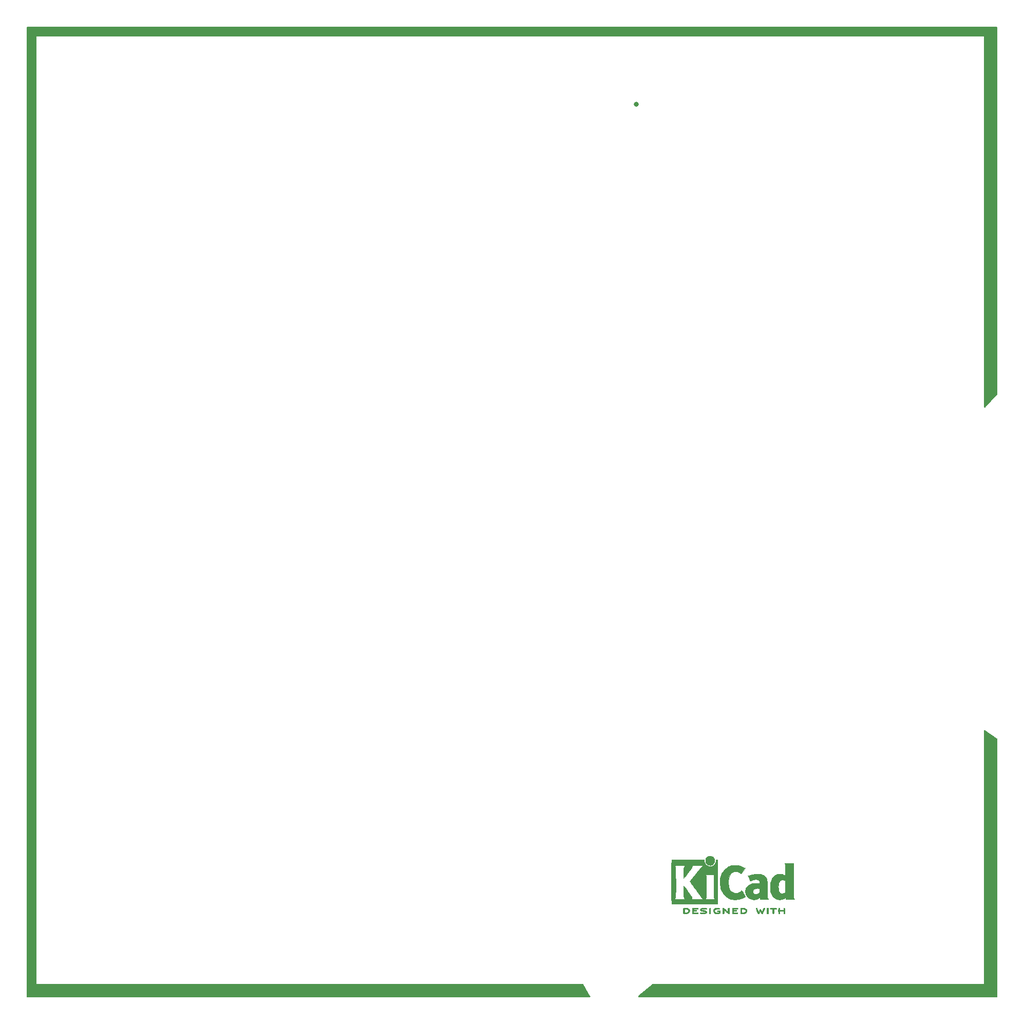
<source format=gtl>
G04 #@! TF.GenerationSoftware,KiCad,Pcbnew,7.0.10-1.fc39*
G04 #@! TF.CreationDate,2024-01-08T15:07:07-05:00*
G04 #@! TF.ProjectId,SYSMATT-WS2812-MATRIX-CARRIER-SPACER-PLATE-V2,5359534d-4154-4542-9d57-53323831322d,rev?*
G04 #@! TF.SameCoordinates,Original*
G04 #@! TF.FileFunction,Copper,L1,Top*
G04 #@! TF.FilePolarity,Positive*
%FSLAX46Y46*%
G04 Gerber Fmt 4.6, Leading zero omitted, Abs format (unit mm)*
G04 Created by KiCad (PCBNEW 7.0.10-1.fc39) date 2024-01-08 15:07:07*
%MOMM*%
%LPD*%
G01*
G04 APERTURE LIST*
G04 #@! TA.AperFunction,EtchedComponent*
%ADD10C,0.010000*%
G04 #@! TD*
G04 #@! TA.AperFunction,ViaPad*
%ADD11C,0.800000*%
G04 #@! TD*
G04 APERTURE END LIST*
D10*
X142149604Y-165270476D02*
X142181174Y-165290141D01*
X142216656Y-165318872D01*
X142216656Y-165746965D01*
X142216543Y-165872189D01*
X142216059Y-165970846D01*
X142214986Y-166046429D01*
X142213108Y-166102432D01*
X142210206Y-166142346D01*
X142206063Y-166169665D01*
X142200462Y-166187880D01*
X142193185Y-166200485D01*
X142188024Y-166206695D01*
X142146168Y-166233979D01*
X142098505Y-166232866D01*
X142056753Y-166209601D01*
X142021271Y-166180870D01*
X142021271Y-165318872D01*
X142056753Y-165290141D01*
X142090998Y-165269241D01*
X142118963Y-165261409D01*
X142149604Y-165270476D01*
G04 #@! TA.AperFunction,EtchedComponent*
G36*
X142149604Y-165270476D02*
G01*
X142181174Y-165290141D01*
X142216656Y-165318872D01*
X142216656Y-165746965D01*
X142216543Y-165872189D01*
X142216059Y-165970846D01*
X142214986Y-166046429D01*
X142213108Y-166102432D01*
X142210206Y-166142346D01*
X142206063Y-166169665D01*
X142200462Y-166187880D01*
X142193185Y-166200485D01*
X142188024Y-166206695D01*
X142146168Y-166233979D01*
X142098505Y-166232866D01*
X142056753Y-166209601D01*
X142021271Y-166180870D01*
X142021271Y-165318872D01*
X142056753Y-165290141D01*
X142090998Y-165269241D01*
X142118963Y-165261409D01*
X142149604Y-165270476D01*
G37*
G04 #@! TD.AperFunction*
X132680383Y-165291469D02*
X132689145Y-165301551D01*
X132696018Y-165314558D01*
X132701231Y-165333974D01*
X132705012Y-165363283D01*
X132707590Y-165405970D01*
X132709193Y-165465518D01*
X132710051Y-165545413D01*
X132710390Y-165649139D01*
X132710443Y-165749871D01*
X132710350Y-165874815D01*
X132709919Y-165973184D01*
X132708923Y-166048464D01*
X132707131Y-166104137D01*
X132704317Y-166143689D01*
X132700250Y-166170604D01*
X132694704Y-166188366D01*
X132687449Y-166200460D01*
X132680383Y-166208273D01*
X132636444Y-166234475D01*
X132589626Y-166232124D01*
X132547737Y-166203547D01*
X132538112Y-166192390D01*
X132530591Y-166179446D01*
X132524912Y-166161135D01*
X132520819Y-166133881D01*
X132518051Y-166094103D01*
X132516350Y-166038225D01*
X132515457Y-165962667D01*
X132515113Y-165863851D01*
X132515058Y-165751977D01*
X132515058Y-165335191D01*
X132551949Y-165298300D01*
X132597421Y-165267263D01*
X132641530Y-165266144D01*
X132680383Y-165291469D01*
G04 #@! TA.AperFunction,EtchedComponent*
G36*
X132680383Y-165291469D02*
G01*
X132689145Y-165301551D01*
X132696018Y-165314558D01*
X132701231Y-165333974D01*
X132705012Y-165363283D01*
X132707590Y-165405970D01*
X132709193Y-165465518D01*
X132710051Y-165545413D01*
X132710390Y-165649139D01*
X132710443Y-165749871D01*
X132710350Y-165874815D01*
X132709919Y-165973184D01*
X132708923Y-166048464D01*
X132707131Y-166104137D01*
X132704317Y-166143689D01*
X132700250Y-166170604D01*
X132694704Y-166188366D01*
X132687449Y-166200460D01*
X132680383Y-166208273D01*
X132636444Y-166234475D01*
X132589626Y-166232124D01*
X132547737Y-166203547D01*
X132538112Y-166192390D01*
X132530591Y-166179446D01*
X132524912Y-166161135D01*
X132520819Y-166133881D01*
X132518051Y-166094103D01*
X132516350Y-166038225D01*
X132515457Y-165962667D01*
X132515113Y-165863851D01*
X132515058Y-165751977D01*
X132515058Y-165335191D01*
X132551949Y-165298300D01*
X132597421Y-165267263D01*
X132641530Y-165266144D01*
X132680383Y-165291469D01*
G37*
G04 #@! TD.AperFunction*
X132795682Y-156738932D02*
X132931929Y-156786171D01*
X133058779Y-156860526D01*
X133172067Y-156961986D01*
X133267628Y-157090542D01*
X133310554Y-157171571D01*
X133347705Y-157284907D01*
X133365712Y-157415750D01*
X133363717Y-157550264D01*
X133341577Y-157672157D01*
X133281064Y-157821106D01*
X133193314Y-157950308D01*
X133082788Y-158057222D01*
X132953946Y-158139305D01*
X132811247Y-158194015D01*
X132659151Y-158218809D01*
X132502119Y-158211146D01*
X132424714Y-158194771D01*
X132273859Y-158136088D01*
X132139875Y-158046542D01*
X132025994Y-157928892D01*
X131935448Y-157785901D01*
X131927788Y-157770285D01*
X131901306Y-157711685D01*
X131884678Y-157662333D01*
X131875650Y-157610269D01*
X131871968Y-157543538D01*
X131871357Y-157470928D01*
X131872367Y-157383690D01*
X131876928Y-157320623D01*
X131887334Y-157269635D01*
X131905879Y-157218632D01*
X131928770Y-157168312D01*
X132014154Y-157025469D01*
X132119301Y-156909809D01*
X132240045Y-156821324D01*
X132372221Y-156760004D01*
X132511663Y-156725838D01*
X132654205Y-156718817D01*
X132795682Y-156738932D01*
G04 #@! TA.AperFunction,EtchedComponent*
G36*
X132795682Y-156738932D02*
G01*
X132931929Y-156786171D01*
X133058779Y-156860526D01*
X133172067Y-156961986D01*
X133267628Y-157090542D01*
X133310554Y-157171571D01*
X133347705Y-157284907D01*
X133365712Y-157415750D01*
X133363717Y-157550264D01*
X133341577Y-157672157D01*
X133281064Y-157821106D01*
X133193314Y-157950308D01*
X133082788Y-158057222D01*
X132953946Y-158139305D01*
X132811247Y-158194015D01*
X132659151Y-158218809D01*
X132502119Y-158211146D01*
X132424714Y-158194771D01*
X132273859Y-158136088D01*
X132139875Y-158046542D01*
X132025994Y-157928892D01*
X131935448Y-157785901D01*
X131927788Y-157770285D01*
X131901306Y-157711685D01*
X131884678Y-157662333D01*
X131875650Y-157610269D01*
X131871968Y-157543538D01*
X131871357Y-157470928D01*
X131872367Y-157383690D01*
X131876928Y-157320623D01*
X131887334Y-157269635D01*
X131905879Y-157218632D01*
X131928770Y-157168312D01*
X132014154Y-157025469D01*
X132119301Y-156909809D01*
X132240045Y-156821324D01*
X132372221Y-156760004D01*
X132511663Y-156725838D01*
X132654205Y-156718817D01*
X132795682Y-156738932D01*
G37*
G04 #@! TD.AperFunction*
X143180677Y-165261538D02*
X143285465Y-165262042D01*
X143366799Y-165263095D01*
X143427980Y-165264875D01*
X143472311Y-165267556D01*
X143503094Y-165271313D01*
X143523631Y-165276324D01*
X143537225Y-165282762D01*
X143543803Y-165287711D01*
X143577944Y-165331028D01*
X143582074Y-165376002D01*
X143560976Y-165416859D01*
X143547179Y-165433185D01*
X143532332Y-165444317D01*
X143510815Y-165451249D01*
X143477008Y-165454976D01*
X143425292Y-165456493D01*
X143350047Y-165456793D01*
X143335269Y-165456794D01*
X143140975Y-165456794D01*
X143140975Y-165817504D01*
X143140847Y-165931200D01*
X143140266Y-166018684D01*
X143138936Y-166083801D01*
X143136560Y-166130397D01*
X143132844Y-166162318D01*
X143127492Y-166183411D01*
X143120207Y-166197522D01*
X143110916Y-166208273D01*
X143067071Y-166234695D01*
X143021300Y-166232613D01*
X142979790Y-166202468D01*
X142976741Y-166198732D01*
X142966812Y-166184609D01*
X142959248Y-166168085D01*
X142953729Y-166145145D01*
X142949933Y-166111772D01*
X142947542Y-166063954D01*
X142946234Y-165997673D01*
X142945691Y-165908917D01*
X142945591Y-165807962D01*
X142945591Y-165456794D01*
X142760050Y-165456794D01*
X142680427Y-165456255D01*
X142625304Y-165454156D01*
X142589132Y-165449770D01*
X142566362Y-165442375D01*
X142551447Y-165431244D01*
X142549636Y-165429309D01*
X142527858Y-165385056D01*
X142529784Y-165335028D01*
X142554821Y-165291469D01*
X142564504Y-165283019D01*
X142576988Y-165276320D01*
X142595603Y-165271168D01*
X142623677Y-165267360D01*
X142664541Y-165264696D01*
X142721522Y-165262971D01*
X142797952Y-165261983D01*
X142897157Y-165261531D01*
X143022469Y-165261411D01*
X143049133Y-165261409D01*
X143180677Y-165261538D01*
G04 #@! TA.AperFunction,EtchedComponent*
G36*
X143180677Y-165261538D02*
G01*
X143285465Y-165262042D01*
X143366799Y-165263095D01*
X143427980Y-165264875D01*
X143472311Y-165267556D01*
X143503094Y-165271313D01*
X143523631Y-165276324D01*
X143537225Y-165282762D01*
X143543803Y-165287711D01*
X143577944Y-165331028D01*
X143582074Y-165376002D01*
X143560976Y-165416859D01*
X143547179Y-165433185D01*
X143532332Y-165444317D01*
X143510815Y-165451249D01*
X143477008Y-165454976D01*
X143425292Y-165456493D01*
X143350047Y-165456793D01*
X143335269Y-165456794D01*
X143140975Y-165456794D01*
X143140975Y-165817504D01*
X143140847Y-165931200D01*
X143140266Y-166018684D01*
X143138936Y-166083801D01*
X143136560Y-166130397D01*
X143132844Y-166162318D01*
X143127492Y-166183411D01*
X143120207Y-166197522D01*
X143110916Y-166208273D01*
X143067071Y-166234695D01*
X143021300Y-166232613D01*
X142979790Y-166202468D01*
X142976741Y-166198732D01*
X142966812Y-166184609D01*
X142959248Y-166168085D01*
X142953729Y-166145145D01*
X142949933Y-166111772D01*
X142947542Y-166063954D01*
X142946234Y-165997673D01*
X142945691Y-165908917D01*
X142945591Y-165807962D01*
X142945591Y-165456794D01*
X142760050Y-165456794D01*
X142680427Y-165456255D01*
X142625304Y-165454156D01*
X142589132Y-165449770D01*
X142566362Y-165442375D01*
X142551447Y-165431244D01*
X142549636Y-165429309D01*
X142527858Y-165385056D01*
X142529784Y-165335028D01*
X142554821Y-165291469D01*
X142564504Y-165283019D01*
X142576988Y-165276320D01*
X142595603Y-165271168D01*
X142623677Y-165267360D01*
X142664541Y-165264696D01*
X142721522Y-165262971D01*
X142797952Y-165261983D01*
X142897157Y-165261531D01*
X143022469Y-165261411D01*
X143049133Y-165261409D01*
X143180677Y-165261538D01*
G37*
G04 #@! TD.AperFunction*
X144865859Y-165268687D02*
X144907635Y-165298300D01*
X144944525Y-165335191D01*
X144944525Y-165747161D01*
X144944429Y-165869485D01*
X144943972Y-165965397D01*
X144942903Y-166038543D01*
X144940971Y-166092569D01*
X144937923Y-166131122D01*
X144933509Y-166157847D01*
X144927476Y-166176393D01*
X144919574Y-166190404D01*
X144913375Y-166198732D01*
X144872461Y-166231448D01*
X144825482Y-166234999D01*
X144782544Y-166214936D01*
X144768356Y-166203091D01*
X144758872Y-166187357D01*
X144753151Y-166162021D01*
X144750253Y-166121369D01*
X144749238Y-166059687D01*
X144749141Y-166012037D01*
X144749141Y-165832534D01*
X144087839Y-165832534D01*
X144087839Y-165995832D01*
X144087155Y-166070504D01*
X144084419Y-166121823D01*
X144078604Y-166156476D01*
X144068684Y-166181154D01*
X144056689Y-166198732D01*
X144015546Y-166231356D01*
X143969017Y-166235219D01*
X143924473Y-166212031D01*
X143912312Y-166199875D01*
X143903723Y-166183760D01*
X143898058Y-166158659D01*
X143894669Y-166119543D01*
X143892908Y-166061385D01*
X143892128Y-165979157D01*
X143892036Y-165960285D01*
X143891392Y-165805356D01*
X143891060Y-165677673D01*
X143891168Y-165574426D01*
X143891845Y-165492802D01*
X143893218Y-165429991D01*
X143895416Y-165383180D01*
X143898566Y-165349558D01*
X143902798Y-165326314D01*
X143908238Y-165310635D01*
X143915015Y-165299710D01*
X143922514Y-165291469D01*
X143964933Y-165265106D01*
X144009172Y-165268687D01*
X144050948Y-165298300D01*
X144067853Y-165317406D01*
X144078629Y-165338510D01*
X144084641Y-165368567D01*
X144087256Y-165414532D01*
X144087839Y-165483359D01*
X144087839Y-165637149D01*
X144749141Y-165637149D01*
X144749141Y-165479338D01*
X144749816Y-165406635D01*
X144752526Y-165357544D01*
X144758301Y-165325635D01*
X144768169Y-165304477D01*
X144779200Y-165291469D01*
X144821619Y-165265106D01*
X144865859Y-165268687D01*
G04 #@! TA.AperFunction,EtchedComponent*
G36*
X144865859Y-165268687D02*
G01*
X144907635Y-165298300D01*
X144944525Y-165335191D01*
X144944525Y-165747161D01*
X144944429Y-165869485D01*
X144943972Y-165965397D01*
X144942903Y-166038543D01*
X144940971Y-166092569D01*
X144937923Y-166131122D01*
X144933509Y-166157847D01*
X144927476Y-166176393D01*
X144919574Y-166190404D01*
X144913375Y-166198732D01*
X144872461Y-166231448D01*
X144825482Y-166234999D01*
X144782544Y-166214936D01*
X144768356Y-166203091D01*
X144758872Y-166187357D01*
X144753151Y-166162021D01*
X144750253Y-166121369D01*
X144749238Y-166059687D01*
X144749141Y-166012037D01*
X144749141Y-165832534D01*
X144087839Y-165832534D01*
X144087839Y-165995832D01*
X144087155Y-166070504D01*
X144084419Y-166121823D01*
X144078604Y-166156476D01*
X144068684Y-166181154D01*
X144056689Y-166198732D01*
X144015546Y-166231356D01*
X143969017Y-166235219D01*
X143924473Y-166212031D01*
X143912312Y-166199875D01*
X143903723Y-166183760D01*
X143898058Y-166158659D01*
X143894669Y-166119543D01*
X143892908Y-166061385D01*
X143892128Y-165979157D01*
X143892036Y-165960285D01*
X143891392Y-165805356D01*
X143891060Y-165677673D01*
X143891168Y-165574426D01*
X143891845Y-165492802D01*
X143893218Y-165429991D01*
X143895416Y-165383180D01*
X143898566Y-165349558D01*
X143902798Y-165326314D01*
X143908238Y-165310635D01*
X143915015Y-165299710D01*
X143922514Y-165291469D01*
X143964933Y-165265106D01*
X144009172Y-165268687D01*
X144050948Y-165298300D01*
X144067853Y-165317406D01*
X144078629Y-165338510D01*
X144084641Y-165368567D01*
X144087256Y-165414532D01*
X144087839Y-165483359D01*
X144087839Y-165637149D01*
X144749141Y-165637149D01*
X144749141Y-165479338D01*
X144749816Y-165406635D01*
X144752526Y-165357544D01*
X144758301Y-165325635D01*
X144768169Y-165304477D01*
X144779200Y-165291469D01*
X144821619Y-165265106D01*
X144865859Y-165268687D01*
G37*
G04 #@! TD.AperFunction*
X137928783Y-165261686D02*
X138100501Y-165267492D01*
X138246555Y-165285100D01*
X138369353Y-165315562D01*
X138471303Y-165359934D01*
X138554814Y-165419270D01*
X138622293Y-165494623D01*
X138676149Y-165587049D01*
X138677208Y-165589303D01*
X138709349Y-165672023D01*
X138720801Y-165745283D01*
X138711520Y-165819011D01*
X138681461Y-165903134D01*
X138675761Y-165915936D01*
X138636885Y-165990861D01*
X138593195Y-166048756D01*
X138536806Y-166097971D01*
X138459838Y-166146856D01*
X138455366Y-166149408D01*
X138388363Y-166181594D01*
X138312631Y-166205631D01*
X138223304Y-166222350D01*
X138115515Y-166232578D01*
X137984398Y-166237145D01*
X137938072Y-166237542D01*
X137717476Y-166238333D01*
X137686326Y-166198732D01*
X137677086Y-166185710D01*
X137669878Y-166170503D01*
X137664450Y-166149465D01*
X137660551Y-166118949D01*
X137657929Y-166075310D01*
X137657074Y-166042948D01*
X137865591Y-166042948D01*
X137990582Y-166042948D01*
X138063723Y-166040809D01*
X138138807Y-166035180D01*
X138200430Y-166027242D01*
X138204149Y-166026574D01*
X138313599Y-165997211D01*
X138398494Y-165953096D01*
X138461518Y-165892182D01*
X138505360Y-165812423D01*
X138512983Y-165791283D01*
X138520456Y-165758361D01*
X138517221Y-165725835D01*
X138501479Y-165682563D01*
X138491990Y-165661306D01*
X138460917Y-165604819D01*
X138423479Y-165565190D01*
X138382287Y-165537593D01*
X138299776Y-165501681D01*
X138194179Y-165475667D01*
X138071164Y-165460687D01*
X137982070Y-165457391D01*
X137865591Y-165456794D01*
X137865591Y-166042948D01*
X137657074Y-166042948D01*
X137656332Y-166014899D01*
X137655510Y-165934071D01*
X137655210Y-165829180D01*
X137655176Y-165747161D01*
X137655176Y-165335191D01*
X137692067Y-165298300D01*
X137708440Y-165283347D01*
X137726143Y-165273107D01*
X137750865Y-165266700D01*
X137788294Y-165263246D01*
X137844119Y-165261866D01*
X137924028Y-165261680D01*
X137928783Y-165261686D01*
G04 #@! TA.AperFunction,EtchedComponent*
G36*
X137928783Y-165261686D02*
G01*
X138100501Y-165267492D01*
X138246555Y-165285100D01*
X138369353Y-165315562D01*
X138471303Y-165359934D01*
X138554814Y-165419270D01*
X138622293Y-165494623D01*
X138676149Y-165587049D01*
X138677208Y-165589303D01*
X138709349Y-165672023D01*
X138720801Y-165745283D01*
X138711520Y-165819011D01*
X138681461Y-165903134D01*
X138675761Y-165915936D01*
X138636885Y-165990861D01*
X138593195Y-166048756D01*
X138536806Y-166097971D01*
X138459838Y-166146856D01*
X138455366Y-166149408D01*
X138388363Y-166181594D01*
X138312631Y-166205631D01*
X138223304Y-166222350D01*
X138115515Y-166232578D01*
X137984398Y-166237145D01*
X137938072Y-166237542D01*
X137717476Y-166238333D01*
X137686326Y-166198732D01*
X137677086Y-166185710D01*
X137669878Y-166170503D01*
X137664450Y-166149465D01*
X137660551Y-166118949D01*
X137657929Y-166075310D01*
X137657074Y-166042948D01*
X137865591Y-166042948D01*
X137990582Y-166042948D01*
X138063723Y-166040809D01*
X138138807Y-166035180D01*
X138200430Y-166027242D01*
X138204149Y-166026574D01*
X138313599Y-165997211D01*
X138398494Y-165953096D01*
X138461518Y-165892182D01*
X138505360Y-165812423D01*
X138512983Y-165791283D01*
X138520456Y-165758361D01*
X138517221Y-165725835D01*
X138501479Y-165682563D01*
X138491990Y-165661306D01*
X138460917Y-165604819D01*
X138423479Y-165565190D01*
X138382287Y-165537593D01*
X138299776Y-165501681D01*
X138194179Y-165475667D01*
X138071164Y-165460687D01*
X137982070Y-165457391D01*
X137865591Y-165456794D01*
X137865591Y-166042948D01*
X137657074Y-166042948D01*
X137656332Y-166014899D01*
X137655510Y-165934071D01*
X137655210Y-165829180D01*
X137655176Y-165747161D01*
X137655176Y-165335191D01*
X137692067Y-165298300D01*
X137708440Y-165283347D01*
X137726143Y-165273107D01*
X137750865Y-165266700D01*
X137788294Y-165263246D01*
X137844119Y-165261866D01*
X137924028Y-165261680D01*
X137928783Y-165261686D01*
G37*
G04 #@! TD.AperFunction*
X128423292Y-165261408D02*
X128475857Y-165261943D01*
X128629881Y-165265659D01*
X128758875Y-165276698D01*
X128867237Y-165296245D01*
X128959362Y-165325482D01*
X129039647Y-165365596D01*
X129112488Y-165417768D01*
X129138505Y-165440432D01*
X129181663Y-165493461D01*
X129220579Y-165565420D01*
X129250573Y-165645183D01*
X129266965Y-165721624D01*
X129268668Y-165749871D01*
X129257995Y-165828173D01*
X129229393Y-165913704D01*
X129187989Y-165994662D01*
X129138905Y-166059245D01*
X129130933Y-166067037D01*
X129063400Y-166121807D01*
X128989448Y-166164562D01*
X128904812Y-166196422D01*
X128805229Y-166218507D01*
X128686434Y-166231937D01*
X128544166Y-166237833D01*
X128479000Y-166238333D01*
X128396145Y-166237934D01*
X128337877Y-166236265D01*
X128298730Y-166232621D01*
X128273237Y-166226292D01*
X128255932Y-166216573D01*
X128246656Y-166208273D01*
X128237894Y-166198191D01*
X128231021Y-166185184D01*
X128225808Y-166165768D01*
X128222027Y-166136459D01*
X128219449Y-166093772D01*
X128217846Y-166034224D01*
X128216989Y-165954329D01*
X128216649Y-165850604D01*
X128216597Y-165749871D01*
X128216266Y-165615518D01*
X128216338Y-165508191D01*
X128217616Y-165456794D01*
X128411981Y-165456794D01*
X128411981Y-166042948D01*
X128535975Y-166042834D01*
X128610585Y-166040695D01*
X128688728Y-166035182D01*
X128753926Y-166027471D01*
X128755910Y-166027154D01*
X128861283Y-166001677D01*
X128943014Y-165961999D01*
X129005184Y-165905537D01*
X129044686Y-165844405D01*
X129069026Y-165776592D01*
X129067139Y-165712918D01*
X129038891Y-165644664D01*
X128983638Y-165574055D01*
X128907073Y-165521734D01*
X128807551Y-165486762D01*
X128741039Y-165474385D01*
X128665539Y-165465693D01*
X128585521Y-165459403D01*
X128517462Y-165456787D01*
X128513431Y-165456775D01*
X128411981Y-165456794D01*
X128217616Y-165456794D01*
X128218410Y-165424880D01*
X128224085Y-165362578D01*
X128234959Y-165318274D01*
X128252632Y-165288959D01*
X128278703Y-165271624D01*
X128314771Y-165263260D01*
X128362434Y-165260858D01*
X128423292Y-165261408D01*
G04 #@! TA.AperFunction,EtchedComponent*
G36*
X128423292Y-165261408D02*
G01*
X128475857Y-165261943D01*
X128629881Y-165265659D01*
X128758875Y-165276698D01*
X128867237Y-165296245D01*
X128959362Y-165325482D01*
X129039647Y-165365596D01*
X129112488Y-165417768D01*
X129138505Y-165440432D01*
X129181663Y-165493461D01*
X129220579Y-165565420D01*
X129250573Y-165645183D01*
X129266965Y-165721624D01*
X129268668Y-165749871D01*
X129257995Y-165828173D01*
X129229393Y-165913704D01*
X129187989Y-165994662D01*
X129138905Y-166059245D01*
X129130933Y-166067037D01*
X129063400Y-166121807D01*
X128989448Y-166164562D01*
X128904812Y-166196422D01*
X128805229Y-166218507D01*
X128686434Y-166231937D01*
X128544166Y-166237833D01*
X128479000Y-166238333D01*
X128396145Y-166237934D01*
X128337877Y-166236265D01*
X128298730Y-166232621D01*
X128273237Y-166226292D01*
X128255932Y-166216573D01*
X128246656Y-166208273D01*
X128237894Y-166198191D01*
X128231021Y-166185184D01*
X128225808Y-166165768D01*
X128222027Y-166136459D01*
X128219449Y-166093772D01*
X128217846Y-166034224D01*
X128216989Y-165954329D01*
X128216649Y-165850604D01*
X128216597Y-165749871D01*
X128216266Y-165615518D01*
X128216338Y-165508191D01*
X128217616Y-165456794D01*
X128411981Y-165456794D01*
X128411981Y-166042948D01*
X128535975Y-166042834D01*
X128610585Y-166040695D01*
X128688728Y-166035182D01*
X128753926Y-166027471D01*
X128755910Y-166027154D01*
X128861283Y-166001677D01*
X128943014Y-165961999D01*
X129005184Y-165905537D01*
X129044686Y-165844405D01*
X129069026Y-165776592D01*
X129067139Y-165712918D01*
X129038891Y-165644664D01*
X128983638Y-165574055D01*
X128907073Y-165521734D01*
X128807551Y-165486762D01*
X128741039Y-165474385D01*
X128665539Y-165465693D01*
X128585521Y-165459403D01*
X128517462Y-165456787D01*
X128513431Y-165456775D01*
X128411981Y-165456794D01*
X128217616Y-165456794D01*
X128218410Y-165424880D01*
X128224085Y-165362578D01*
X128234959Y-165318274D01*
X128252632Y-165288959D01*
X128278703Y-165271624D01*
X128314771Y-165263260D01*
X128362434Y-165260858D01*
X128423292Y-165261408D01*
G37*
G04 #@! TD.AperFunction*
X134842126Y-165267243D02*
X134873501Y-165285648D01*
X134914524Y-165315748D01*
X134967322Y-165358959D01*
X135034021Y-165416701D01*
X135116747Y-165490391D01*
X135217626Y-165581447D01*
X135333105Y-165686137D01*
X135573579Y-165904206D01*
X135581094Y-165611507D01*
X135583807Y-165510753D01*
X135586424Y-165435721D01*
X135589526Y-165382083D01*
X135593690Y-165345509D01*
X135599495Y-165321670D01*
X135607522Y-165306237D01*
X135618349Y-165294881D01*
X135624090Y-165290109D01*
X135670063Y-165264876D01*
X135713809Y-165268565D01*
X135748511Y-165290122D01*
X135783993Y-165318834D01*
X135788406Y-165738149D01*
X135789627Y-165861470D01*
X135790249Y-165958347D01*
X135790056Y-166032393D01*
X135788832Y-166087220D01*
X135786362Y-166126442D01*
X135782432Y-166153672D01*
X135776826Y-166172522D01*
X135769328Y-166186604D01*
X135761013Y-166197898D01*
X135743024Y-166218845D01*
X135725125Y-166232730D01*
X135704834Y-166238059D01*
X135679668Y-166233339D01*
X135647146Y-166217076D01*
X135604783Y-166187776D01*
X135550098Y-166143945D01*
X135480609Y-166084090D01*
X135393831Y-166006717D01*
X135295531Y-165917813D01*
X134942336Y-165597434D01*
X134934821Y-165889176D01*
X134932103Y-165989746D01*
X134929479Y-166064603D01*
X134926367Y-166118083D01*
X134922184Y-166154525D01*
X134916349Y-166178267D01*
X134908280Y-166193645D01*
X134897395Y-166204999D01*
X134891825Y-166209625D01*
X134842590Y-166235041D01*
X134796069Y-166231208D01*
X134755557Y-166198732D01*
X134746290Y-166185666D01*
X134739067Y-166170408D01*
X134733634Y-166149295D01*
X134729738Y-166118668D01*
X134727125Y-166074865D01*
X134725539Y-166014226D01*
X134724728Y-165933090D01*
X134724438Y-165827796D01*
X134724407Y-165749871D01*
X134724505Y-165627987D01*
X134724967Y-165532502D01*
X134726049Y-165459754D01*
X134728003Y-165406082D01*
X134731084Y-165367826D01*
X134735546Y-165341326D01*
X134741643Y-165322919D01*
X134749629Y-165308947D01*
X134755557Y-165301010D01*
X134770584Y-165282211D01*
X134784628Y-165268016D01*
X134799816Y-165259845D01*
X134818273Y-165259115D01*
X134842126Y-165267243D01*
G04 #@! TA.AperFunction,EtchedComponent*
G36*
X134842126Y-165267243D02*
G01*
X134873501Y-165285648D01*
X134914524Y-165315748D01*
X134967322Y-165358959D01*
X135034021Y-165416701D01*
X135116747Y-165490391D01*
X135217626Y-165581447D01*
X135333105Y-165686137D01*
X135573579Y-165904206D01*
X135581094Y-165611507D01*
X135583807Y-165510753D01*
X135586424Y-165435721D01*
X135589526Y-165382083D01*
X135593690Y-165345509D01*
X135599495Y-165321670D01*
X135607522Y-165306237D01*
X135618349Y-165294881D01*
X135624090Y-165290109D01*
X135670063Y-165264876D01*
X135713809Y-165268565D01*
X135748511Y-165290122D01*
X135783993Y-165318834D01*
X135788406Y-165738149D01*
X135789627Y-165861470D01*
X135790249Y-165958347D01*
X135790056Y-166032393D01*
X135788832Y-166087220D01*
X135786362Y-166126442D01*
X135782432Y-166153672D01*
X135776826Y-166172522D01*
X135769328Y-166186604D01*
X135761013Y-166197898D01*
X135743024Y-166218845D01*
X135725125Y-166232730D01*
X135704834Y-166238059D01*
X135679668Y-166233339D01*
X135647146Y-166217076D01*
X135604783Y-166187776D01*
X135550098Y-166143945D01*
X135480609Y-166084090D01*
X135393831Y-166006717D01*
X135295531Y-165917813D01*
X134942336Y-165597434D01*
X134934821Y-165889176D01*
X134932103Y-165989746D01*
X134929479Y-166064603D01*
X134926367Y-166118083D01*
X134922184Y-166154525D01*
X134916349Y-166178267D01*
X134908280Y-166193645D01*
X134897395Y-166204999D01*
X134891825Y-166209625D01*
X134842590Y-166235041D01*
X134796069Y-166231208D01*
X134755557Y-166198732D01*
X134746290Y-166185666D01*
X134739067Y-166170408D01*
X134733634Y-166149295D01*
X134729738Y-166118668D01*
X134727125Y-166074865D01*
X134725539Y-166014226D01*
X134724728Y-165933090D01*
X134724438Y-165827796D01*
X134724407Y-165749871D01*
X134724505Y-165627987D01*
X134724967Y-165532502D01*
X134726049Y-165459754D01*
X134728003Y-165406082D01*
X134731084Y-165367826D01*
X134735546Y-165341326D01*
X134741643Y-165322919D01*
X134749629Y-165308947D01*
X134755557Y-165301010D01*
X134770584Y-165282211D01*
X134784628Y-165268016D01*
X134799816Y-165259845D01*
X134818273Y-165259115D01*
X134842126Y-165267243D01*
G37*
G04 #@! TD.AperFunction*
X133976784Y-165268775D02*
X134068005Y-165284081D01*
X134138064Y-165307874D01*
X134183642Y-165339203D01*
X134196062Y-165357077D01*
X134208692Y-165398648D01*
X134200193Y-165436255D01*
X134173361Y-165471918D01*
X134131670Y-165488602D01*
X134071176Y-165487247D01*
X134024387Y-165478208D01*
X133920418Y-165460986D01*
X133814166Y-165459350D01*
X133695237Y-165473328D01*
X133662386Y-165479251D01*
X133551801Y-165510430D01*
X133465287Y-165556809D01*
X133403793Y-165617598D01*
X133368268Y-165692007D01*
X133360921Y-165730477D01*
X133365730Y-165808526D01*
X133396780Y-165877580D01*
X133451240Y-165936292D01*
X133526282Y-165983316D01*
X133619076Y-166017306D01*
X133726794Y-166036917D01*
X133846605Y-166040804D01*
X133975681Y-166027619D01*
X133982969Y-166026375D01*
X134034308Y-166016813D01*
X134062774Y-166007577D01*
X134075112Y-165993872D01*
X134078068Y-165970905D01*
X134078135Y-165958742D01*
X134078135Y-165907682D01*
X133986969Y-165907682D01*
X133906464Y-165902167D01*
X133851525Y-165884593D01*
X133819560Y-165853416D01*
X133807974Y-165807093D01*
X133807833Y-165801047D01*
X133814611Y-165761452D01*
X133837855Y-165733180D01*
X133881116Y-165714470D01*
X133947945Y-165703563D01*
X134012676Y-165699553D01*
X134106759Y-165697252D01*
X134175002Y-165700763D01*
X134221545Y-165713718D01*
X134250528Y-165739749D01*
X134266091Y-165782490D01*
X134272375Y-165845573D01*
X134273520Y-165928427D01*
X134271644Y-166020909D01*
X134266000Y-166083817D01*
X134256564Y-166117402D01*
X134254733Y-166120032D01*
X134202921Y-166161997D01*
X134126956Y-166195231D01*
X134031654Y-166219022D01*
X133921830Y-166232662D01*
X133802300Y-166235441D01*
X133677880Y-166226648D01*
X133604703Y-166215848D01*
X133489926Y-166183361D01*
X133383250Y-166130249D01*
X133293935Y-166061318D01*
X133280360Y-166047541D01*
X133236254Y-165989621D01*
X133196457Y-165917839D01*
X133165619Y-165842582D01*
X133148389Y-165774240D01*
X133146312Y-165747992D01*
X133155153Y-165693240D01*
X133178651Y-165625118D01*
X133212297Y-165553413D01*
X133251582Y-165487912D01*
X133286291Y-165444161D01*
X133367443Y-165379082D01*
X133472348Y-165327284D01*
X133597246Y-165289937D01*
X133738379Y-165268216D01*
X133867721Y-165262908D01*
X133976784Y-165268775D01*
G04 #@! TA.AperFunction,EtchedComponent*
G36*
X133976784Y-165268775D02*
G01*
X134068005Y-165284081D01*
X134138064Y-165307874D01*
X134183642Y-165339203D01*
X134196062Y-165357077D01*
X134208692Y-165398648D01*
X134200193Y-165436255D01*
X134173361Y-165471918D01*
X134131670Y-165488602D01*
X134071176Y-165487247D01*
X134024387Y-165478208D01*
X133920418Y-165460986D01*
X133814166Y-165459350D01*
X133695237Y-165473328D01*
X133662386Y-165479251D01*
X133551801Y-165510430D01*
X133465287Y-165556809D01*
X133403793Y-165617598D01*
X133368268Y-165692007D01*
X133360921Y-165730477D01*
X133365730Y-165808526D01*
X133396780Y-165877580D01*
X133451240Y-165936292D01*
X133526282Y-165983316D01*
X133619076Y-166017306D01*
X133726794Y-166036917D01*
X133846605Y-166040804D01*
X133975681Y-166027619D01*
X133982969Y-166026375D01*
X134034308Y-166016813D01*
X134062774Y-166007577D01*
X134075112Y-165993872D01*
X134078068Y-165970905D01*
X134078135Y-165958742D01*
X134078135Y-165907682D01*
X133986969Y-165907682D01*
X133906464Y-165902167D01*
X133851525Y-165884593D01*
X133819560Y-165853416D01*
X133807974Y-165807093D01*
X133807833Y-165801047D01*
X133814611Y-165761452D01*
X133837855Y-165733180D01*
X133881116Y-165714470D01*
X133947945Y-165703563D01*
X134012676Y-165699553D01*
X134106759Y-165697252D01*
X134175002Y-165700763D01*
X134221545Y-165713718D01*
X134250528Y-165739749D01*
X134266091Y-165782490D01*
X134272375Y-165845573D01*
X134273520Y-165928427D01*
X134271644Y-166020909D01*
X134266000Y-166083817D01*
X134256564Y-166117402D01*
X134254733Y-166120032D01*
X134202921Y-166161997D01*
X134126956Y-166195231D01*
X134031654Y-166219022D01*
X133921830Y-166232662D01*
X133802300Y-166235441D01*
X133677880Y-166226648D01*
X133604703Y-166215848D01*
X133489926Y-166183361D01*
X133383250Y-166130249D01*
X133293935Y-166061318D01*
X133280360Y-166047541D01*
X133236254Y-165989621D01*
X133196457Y-165917839D01*
X133165619Y-165842582D01*
X133148389Y-165774240D01*
X133146312Y-165747992D01*
X133155153Y-165693240D01*
X133178651Y-165625118D01*
X133212297Y-165553413D01*
X133251582Y-165487912D01*
X133286291Y-165444161D01*
X133367443Y-165379082D01*
X133472348Y-165327284D01*
X133597246Y-165289937D01*
X133738379Y-165268216D01*
X133867721Y-165262908D01*
X133976784Y-165268775D01*
G37*
G04 #@! TD.AperFunction*
X136879716Y-165261666D02*
X136981377Y-165262883D01*
X137059282Y-165265729D01*
X137116581Y-165270873D01*
X137156427Y-165278983D01*
X137181968Y-165290730D01*
X137196357Y-165306781D01*
X137202745Y-165327807D01*
X137204281Y-165354475D01*
X137204289Y-165357625D01*
X137202955Y-165387789D01*
X137196651Y-165411102D01*
X137181922Y-165428505D01*
X137155315Y-165440939D01*
X137113374Y-165449344D01*
X137052646Y-165454664D01*
X136969676Y-165457838D01*
X136861011Y-165459808D01*
X136827705Y-165460244D01*
X136505413Y-165464309D01*
X136500906Y-165550729D01*
X136496398Y-165637149D01*
X136720263Y-165637149D01*
X136807721Y-165637472D01*
X136870169Y-165638836D01*
X136912654Y-165641838D01*
X136940223Y-165647072D01*
X136957922Y-165655134D01*
X136970797Y-165666619D01*
X136970880Y-165666710D01*
X136994230Y-165711470D01*
X136993386Y-165759846D01*
X136968879Y-165801085D01*
X136964029Y-165805324D01*
X136946815Y-165816248D01*
X136923226Y-165823848D01*
X136888007Y-165828696D01*
X136835900Y-165831365D01*
X136761650Y-165832427D01*
X136714162Y-165832534D01*
X136497898Y-165832534D01*
X136497898Y-166042948D01*
X136826220Y-166042948D01*
X136934618Y-166043138D01*
X137016935Y-166043913D01*
X137077149Y-166045583D01*
X137119235Y-166048457D01*
X137147171Y-166052846D01*
X137164934Y-166059058D01*
X137176500Y-166067403D01*
X137179415Y-166070433D01*
X137200936Y-166112433D01*
X137202510Y-166160213D01*
X137184855Y-166201641D01*
X137170885Y-166214936D01*
X137156354Y-166222255D01*
X137133838Y-166227918D01*
X137099776Y-166232122D01*
X137050607Y-166235067D01*
X136982768Y-166236950D01*
X136892698Y-166237969D01*
X136776837Y-166238324D01*
X136750643Y-166238333D01*
X136632839Y-166238255D01*
X136541396Y-166237830D01*
X136472614Y-166236765D01*
X136422796Y-166234768D01*
X136388240Y-166231549D01*
X136365250Y-166226815D01*
X136350126Y-166220276D01*
X136339169Y-166211640D01*
X136333158Y-166205439D01*
X136324110Y-166194456D01*
X136317042Y-166180851D01*
X136311709Y-166161055D01*
X136307868Y-166131501D01*
X136305275Y-166088620D01*
X136303687Y-166028844D01*
X136302861Y-165948606D01*
X136302552Y-165844338D01*
X136302514Y-165756579D01*
X136302608Y-165633607D01*
X136303057Y-165537068D01*
X136304108Y-165463338D01*
X136306010Y-165408789D01*
X136309009Y-165369798D01*
X136313355Y-165342738D01*
X136319294Y-165323983D01*
X136327075Y-165309909D01*
X136333664Y-165301010D01*
X136364814Y-165261409D01*
X136751148Y-165261409D01*
X136879716Y-165261666D01*
G04 #@! TA.AperFunction,EtchedComponent*
G36*
X136879716Y-165261666D02*
G01*
X136981377Y-165262883D01*
X137059282Y-165265729D01*
X137116581Y-165270873D01*
X137156427Y-165278983D01*
X137181968Y-165290730D01*
X137196357Y-165306781D01*
X137202745Y-165327807D01*
X137204281Y-165354475D01*
X137204289Y-165357625D01*
X137202955Y-165387789D01*
X137196651Y-165411102D01*
X137181922Y-165428505D01*
X137155315Y-165440939D01*
X137113374Y-165449344D01*
X137052646Y-165454664D01*
X136969676Y-165457838D01*
X136861011Y-165459808D01*
X136827705Y-165460244D01*
X136505413Y-165464309D01*
X136500906Y-165550729D01*
X136496398Y-165637149D01*
X136720263Y-165637149D01*
X136807721Y-165637472D01*
X136870169Y-165638836D01*
X136912654Y-165641838D01*
X136940223Y-165647072D01*
X136957922Y-165655134D01*
X136970797Y-165666619D01*
X136970880Y-165666710D01*
X136994230Y-165711470D01*
X136993386Y-165759846D01*
X136968879Y-165801085D01*
X136964029Y-165805324D01*
X136946815Y-165816248D01*
X136923226Y-165823848D01*
X136888007Y-165828696D01*
X136835900Y-165831365D01*
X136761650Y-165832427D01*
X136714162Y-165832534D01*
X136497898Y-165832534D01*
X136497898Y-166042948D01*
X136826220Y-166042948D01*
X136934618Y-166043138D01*
X137016935Y-166043913D01*
X137077149Y-166045583D01*
X137119235Y-166048457D01*
X137147171Y-166052846D01*
X137164934Y-166059058D01*
X137176500Y-166067403D01*
X137179415Y-166070433D01*
X137200936Y-166112433D01*
X137202510Y-166160213D01*
X137184855Y-166201641D01*
X137170885Y-166214936D01*
X137156354Y-166222255D01*
X137133838Y-166227918D01*
X137099776Y-166232122D01*
X137050607Y-166235067D01*
X136982768Y-166236950D01*
X136892698Y-166237969D01*
X136776837Y-166238324D01*
X136750643Y-166238333D01*
X136632839Y-166238255D01*
X136541396Y-166237830D01*
X136472614Y-166236765D01*
X136422796Y-166234768D01*
X136388240Y-166231549D01*
X136365250Y-166226815D01*
X136350126Y-166220276D01*
X136339169Y-166211640D01*
X136333158Y-166205439D01*
X136324110Y-166194456D01*
X136317042Y-166180851D01*
X136311709Y-166161055D01*
X136307868Y-166131501D01*
X136305275Y-166088620D01*
X136303687Y-166028844D01*
X136302861Y-165948606D01*
X136302552Y-165844338D01*
X136302514Y-165756579D01*
X136302608Y-165633607D01*
X136303057Y-165537068D01*
X136304108Y-165463338D01*
X136306010Y-165408789D01*
X136309009Y-165369798D01*
X136313355Y-165342738D01*
X136319294Y-165323983D01*
X136327075Y-165309909D01*
X136333664Y-165301010D01*
X136364814Y-165261409D01*
X136751148Y-165261409D01*
X136879716Y-165261666D01*
G37*
G04 #@! TD.AperFunction*
X130298616Y-165261515D02*
X130391024Y-165262011D01*
X130460773Y-165263164D01*
X130511563Y-165265243D01*
X130547095Y-165268514D01*
X130571068Y-165273246D01*
X130587182Y-165279706D01*
X130599137Y-165288162D01*
X130603467Y-165292054D01*
X130629795Y-165333403D01*
X130634535Y-165380915D01*
X130617216Y-165423094D01*
X130609207Y-165431619D01*
X130596254Y-165439884D01*
X130575398Y-165446260D01*
X130542770Y-165451058D01*
X130494504Y-165454587D01*
X130426732Y-165457157D01*
X130335586Y-165459080D01*
X130252255Y-165460250D01*
X129922454Y-165464309D01*
X129913440Y-165637149D01*
X130137304Y-165637149D01*
X130234492Y-165637988D01*
X130305643Y-165641495D01*
X130354755Y-165649158D01*
X130385829Y-165662466D01*
X130402862Y-165682904D01*
X130409854Y-165711962D01*
X130410916Y-165738930D01*
X130407616Y-165772020D01*
X130395163Y-165796403D01*
X130369726Y-165813352D01*
X130327475Y-165824142D01*
X130264580Y-165830047D01*
X130177211Y-165832340D01*
X130129525Y-165832534D01*
X129914940Y-165832534D01*
X129914940Y-166042948D01*
X130245591Y-166042948D01*
X130353976Y-166043099D01*
X130436349Y-166043777D01*
X130496757Y-166045319D01*
X130539247Y-166048062D01*
X130567865Y-166052344D01*
X130586658Y-166058502D01*
X130599672Y-166066872D01*
X130606301Y-166073007D01*
X130629039Y-166108812D01*
X130636360Y-166140640D01*
X130625907Y-166179517D01*
X130606301Y-166208273D01*
X130595841Y-166217326D01*
X130582338Y-166224356D01*
X130562160Y-166229617D01*
X130531675Y-166233364D01*
X130487251Y-166235853D01*
X130425255Y-166237338D01*
X130342055Y-166238074D01*
X130234019Y-166238317D01*
X130177957Y-166238333D01*
X130057902Y-166238226D01*
X129964272Y-166237738D01*
X129893437Y-166236612D01*
X129841765Y-166234594D01*
X129805623Y-166231429D01*
X129781378Y-166226862D01*
X129765399Y-166220639D01*
X129754053Y-166212503D01*
X129749614Y-166208273D01*
X129740829Y-166198159D01*
X129733942Y-166185111D01*
X129728725Y-166165633D01*
X129724947Y-166136227D01*
X129722376Y-166093397D01*
X129720782Y-166033647D01*
X129719935Y-165953480D01*
X129719604Y-165849400D01*
X129719555Y-165752491D01*
X129719600Y-165628386D01*
X129719912Y-165530829D01*
X129720758Y-165456309D01*
X129722404Y-165401314D01*
X129725117Y-165362333D01*
X129729163Y-165335856D01*
X129734809Y-165318369D01*
X129742320Y-165306363D01*
X129751964Y-165296326D01*
X129754340Y-165294089D01*
X129765871Y-165284182D01*
X129779268Y-165276511D01*
X129798250Y-165270789D01*
X129826531Y-165266731D01*
X129867828Y-165264051D01*
X129925858Y-165262465D01*
X130004337Y-165261687D01*
X130106980Y-165261431D01*
X130179850Y-165261409D01*
X130298616Y-165261515D01*
G04 #@! TA.AperFunction,EtchedComponent*
G36*
X130298616Y-165261515D02*
G01*
X130391024Y-165262011D01*
X130460773Y-165263164D01*
X130511563Y-165265243D01*
X130547095Y-165268514D01*
X130571068Y-165273246D01*
X130587182Y-165279706D01*
X130599137Y-165288162D01*
X130603467Y-165292054D01*
X130629795Y-165333403D01*
X130634535Y-165380915D01*
X130617216Y-165423094D01*
X130609207Y-165431619D01*
X130596254Y-165439884D01*
X130575398Y-165446260D01*
X130542770Y-165451058D01*
X130494504Y-165454587D01*
X130426732Y-165457157D01*
X130335586Y-165459080D01*
X130252255Y-165460250D01*
X129922454Y-165464309D01*
X129913440Y-165637149D01*
X130137304Y-165637149D01*
X130234492Y-165637988D01*
X130305643Y-165641495D01*
X130354755Y-165649158D01*
X130385829Y-165662466D01*
X130402862Y-165682904D01*
X130409854Y-165711962D01*
X130410916Y-165738930D01*
X130407616Y-165772020D01*
X130395163Y-165796403D01*
X130369726Y-165813352D01*
X130327475Y-165824142D01*
X130264580Y-165830047D01*
X130177211Y-165832340D01*
X130129525Y-165832534D01*
X129914940Y-165832534D01*
X129914940Y-166042948D01*
X130245591Y-166042948D01*
X130353976Y-166043099D01*
X130436349Y-166043777D01*
X130496757Y-166045319D01*
X130539247Y-166048062D01*
X130567865Y-166052344D01*
X130586658Y-166058502D01*
X130599672Y-166066872D01*
X130606301Y-166073007D01*
X130629039Y-166108812D01*
X130636360Y-166140640D01*
X130625907Y-166179517D01*
X130606301Y-166208273D01*
X130595841Y-166217326D01*
X130582338Y-166224356D01*
X130562160Y-166229617D01*
X130531675Y-166233364D01*
X130487251Y-166235853D01*
X130425255Y-166237338D01*
X130342055Y-166238074D01*
X130234019Y-166238317D01*
X130177957Y-166238333D01*
X130057902Y-166238226D01*
X129964272Y-166237738D01*
X129893437Y-166236612D01*
X129841765Y-166234594D01*
X129805623Y-166231429D01*
X129781378Y-166226862D01*
X129765399Y-166220639D01*
X129754053Y-166212503D01*
X129749614Y-166208273D01*
X129740829Y-166198159D01*
X129733942Y-166185111D01*
X129728725Y-166165633D01*
X129724947Y-166136227D01*
X129722376Y-166093397D01*
X129720782Y-166033647D01*
X129719935Y-165953480D01*
X129719604Y-165849400D01*
X129719555Y-165752491D01*
X129719600Y-165628386D01*
X129719912Y-165530829D01*
X129720758Y-165456309D01*
X129722404Y-165401314D01*
X129725117Y-165362333D01*
X129729163Y-165335856D01*
X129734809Y-165318369D01*
X129742320Y-165306363D01*
X129751964Y-165296326D01*
X129754340Y-165294089D01*
X129765871Y-165284182D01*
X129779268Y-165276511D01*
X129798250Y-165270789D01*
X129826531Y-165266731D01*
X129867828Y-165264051D01*
X129925858Y-165262465D01*
X130004337Y-165261687D01*
X130106980Y-165261431D01*
X130179850Y-165261409D01*
X130298616Y-165261515D01*
G37*
G04 #@! TD.AperFunction*
X141558547Y-165264029D02*
X141584628Y-165273349D01*
X141585634Y-165273805D01*
X141621052Y-165300833D01*
X141640566Y-165328635D01*
X141644384Y-165341671D01*
X141644195Y-165358991D01*
X141638822Y-165383666D01*
X141627088Y-165418763D01*
X141607813Y-165467352D01*
X141579822Y-165532501D01*
X141541936Y-165617280D01*
X141492978Y-165724758D01*
X141466031Y-165783502D01*
X141417370Y-165888372D01*
X141371690Y-165984813D01*
X141330734Y-166069297D01*
X141296246Y-166138299D01*
X141269969Y-166188293D01*
X141253646Y-166215753D01*
X141250416Y-166219546D01*
X141209089Y-166236279D01*
X141162409Y-166234038D01*
X141124970Y-166213686D01*
X141123444Y-166212031D01*
X141108551Y-166189485D01*
X141083569Y-166145570D01*
X141051579Y-166085939D01*
X141015660Y-166016245D01*
X141002752Y-165990562D01*
X140905314Y-165795396D01*
X140799106Y-166007406D01*
X140761197Y-166080660D01*
X140726027Y-166144189D01*
X140696468Y-166193130D01*
X140675394Y-166222621D01*
X140668252Y-166228875D01*
X140612738Y-166237344D01*
X140566929Y-166219546D01*
X140553454Y-166200524D01*
X140530136Y-166158248D01*
X140498877Y-166096879D01*
X140461580Y-166020575D01*
X140420146Y-165933498D01*
X140376478Y-165839806D01*
X140332478Y-165743660D01*
X140290048Y-165649220D01*
X140251090Y-165560644D01*
X140217507Y-165482095D01*
X140191201Y-165417730D01*
X140174074Y-165371710D01*
X140168029Y-165348196D01*
X140168091Y-165347344D01*
X140182800Y-165317755D01*
X140212202Y-165287619D01*
X140213933Y-165286307D01*
X140250070Y-165265881D01*
X140283494Y-165266079D01*
X140296022Y-165269930D01*
X140311287Y-165278252D01*
X140327498Y-165294624D01*
X140346599Y-165322441D01*
X140370535Y-165365099D01*
X140401251Y-165425994D01*
X140440691Y-165508524D01*
X140476258Y-165584706D01*
X140517177Y-165673013D01*
X140553844Y-165752425D01*
X140584354Y-165818795D01*
X140606802Y-165867974D01*
X140619283Y-165895812D01*
X140621103Y-165900167D01*
X140629290Y-165893048D01*
X140648105Y-165863240D01*
X140675046Y-165815095D01*
X140707608Y-165752962D01*
X140720566Y-165727327D01*
X140764460Y-165640764D01*
X140798311Y-165577724D01*
X140824897Y-165534541D01*
X140846995Y-165507551D01*
X140867384Y-165493087D01*
X140888840Y-165487486D01*
X140902823Y-165486853D01*
X140927488Y-165489039D01*
X140949102Y-165498078D01*
X140970578Y-165517696D01*
X140994830Y-165551616D01*
X141024770Y-165603561D01*
X141063313Y-165677257D01*
X141084578Y-165719179D01*
X141119072Y-165785993D01*
X141149156Y-165841400D01*
X141172177Y-165880726D01*
X141185480Y-165899295D01*
X141187289Y-165900068D01*
X141195880Y-165885454D01*
X141215114Y-165847506D01*
X141243065Y-165790195D01*
X141277807Y-165717495D01*
X141317413Y-165633375D01*
X141336896Y-165591593D01*
X141387580Y-165483762D01*
X141428393Y-165400789D01*
X141461454Y-165339965D01*
X141488881Y-165298584D01*
X141512792Y-165273939D01*
X141535308Y-165263323D01*
X141558547Y-165264029D01*
G04 #@! TA.AperFunction,EtchedComponent*
G36*
X141558547Y-165264029D02*
G01*
X141584628Y-165273349D01*
X141585634Y-165273805D01*
X141621052Y-165300833D01*
X141640566Y-165328635D01*
X141644384Y-165341671D01*
X141644195Y-165358991D01*
X141638822Y-165383666D01*
X141627088Y-165418763D01*
X141607813Y-165467352D01*
X141579822Y-165532501D01*
X141541936Y-165617280D01*
X141492978Y-165724758D01*
X141466031Y-165783502D01*
X141417370Y-165888372D01*
X141371690Y-165984813D01*
X141330734Y-166069297D01*
X141296246Y-166138299D01*
X141269969Y-166188293D01*
X141253646Y-166215753D01*
X141250416Y-166219546D01*
X141209089Y-166236279D01*
X141162409Y-166234038D01*
X141124970Y-166213686D01*
X141123444Y-166212031D01*
X141108551Y-166189485D01*
X141083569Y-166145570D01*
X141051579Y-166085939D01*
X141015660Y-166016245D01*
X141002752Y-165990562D01*
X140905314Y-165795396D01*
X140799106Y-166007406D01*
X140761197Y-166080660D01*
X140726027Y-166144189D01*
X140696468Y-166193130D01*
X140675394Y-166222621D01*
X140668252Y-166228875D01*
X140612738Y-166237344D01*
X140566929Y-166219546D01*
X140553454Y-166200524D01*
X140530136Y-166158248D01*
X140498877Y-166096879D01*
X140461580Y-166020575D01*
X140420146Y-165933498D01*
X140376478Y-165839806D01*
X140332478Y-165743660D01*
X140290048Y-165649220D01*
X140251090Y-165560644D01*
X140217507Y-165482095D01*
X140191201Y-165417730D01*
X140174074Y-165371710D01*
X140168029Y-165348196D01*
X140168091Y-165347344D01*
X140182800Y-165317755D01*
X140212202Y-165287619D01*
X140213933Y-165286307D01*
X140250070Y-165265881D01*
X140283494Y-165266079D01*
X140296022Y-165269930D01*
X140311287Y-165278252D01*
X140327498Y-165294624D01*
X140346599Y-165322441D01*
X140370535Y-165365099D01*
X140401251Y-165425994D01*
X140440691Y-165508524D01*
X140476258Y-165584706D01*
X140517177Y-165673013D01*
X140553844Y-165752425D01*
X140584354Y-165818795D01*
X140606802Y-165867974D01*
X140619283Y-165895812D01*
X140621103Y-165900167D01*
X140629290Y-165893048D01*
X140648105Y-165863240D01*
X140675046Y-165815095D01*
X140707608Y-165752962D01*
X140720566Y-165727327D01*
X140764460Y-165640764D01*
X140798311Y-165577724D01*
X140824897Y-165534541D01*
X140846995Y-165507551D01*
X140867384Y-165493087D01*
X140888840Y-165487486D01*
X140902823Y-165486853D01*
X140927488Y-165489039D01*
X140949102Y-165498078D01*
X140970578Y-165517696D01*
X140994830Y-165551616D01*
X141024770Y-165603561D01*
X141063313Y-165677257D01*
X141084578Y-165719179D01*
X141119072Y-165785993D01*
X141149156Y-165841400D01*
X141172177Y-165880726D01*
X141185480Y-165899295D01*
X141187289Y-165900068D01*
X141195880Y-165885454D01*
X141215114Y-165847506D01*
X141243065Y-165790195D01*
X141277807Y-165717495D01*
X141317413Y-165633375D01*
X141336896Y-165591593D01*
X141387580Y-165483762D01*
X141428393Y-165400789D01*
X141461454Y-165339965D01*
X141488881Y-165298584D01*
X141512792Y-165273939D01*
X141535308Y-165263323D01*
X141558547Y-165264029D01*
G37*
G04 #@! TD.AperFunction*
X131658058Y-165263120D02*
X131757663Y-165270083D01*
X131850302Y-165280958D01*
X131930588Y-165295337D01*
X131993138Y-165312809D01*
X132032565Y-165332965D01*
X132038617Y-165338898D01*
X132059662Y-165384938D01*
X132053280Y-165432203D01*
X132020639Y-165472641D01*
X132019082Y-165473800D01*
X131999883Y-165486260D01*
X131979841Y-165492812D01*
X131951886Y-165493607D01*
X131908947Y-165488799D01*
X131843955Y-165478538D01*
X131838727Y-165477674D01*
X131741885Y-165465777D01*
X131637402Y-165459908D01*
X131532611Y-165459851D01*
X131434844Y-165465390D01*
X131351434Y-165476308D01*
X131289713Y-165492388D01*
X131285658Y-165494004D01*
X131240882Y-165519092D01*
X131225150Y-165544481D01*
X131237466Y-165569450D01*
X131276831Y-165593279D01*
X131342248Y-165615245D01*
X131432720Y-165634629D01*
X131493046Y-165643961D01*
X131618446Y-165661912D01*
X131718181Y-165678322D01*
X131796500Y-165694611D01*
X131857653Y-165712201D01*
X131905887Y-165732512D01*
X131945451Y-165756966D01*
X131980594Y-165786983D01*
X132008835Y-165816459D01*
X132042338Y-165857530D01*
X132058827Y-165892845D01*
X132063983Y-165936356D01*
X132064170Y-165952291D01*
X132060298Y-166005168D01*
X132044819Y-166044506D01*
X132018031Y-166079423D01*
X131963587Y-166132797D01*
X131902876Y-166173501D01*
X131831388Y-166202863D01*
X131744610Y-166222210D01*
X131638032Y-166232869D01*
X131507143Y-166236168D01*
X131485531Y-166236112D01*
X131398248Y-166234303D01*
X131311687Y-166230192D01*
X131235284Y-166224369D01*
X131178476Y-166217424D01*
X131173882Y-166216627D01*
X131117401Y-166203247D01*
X131069494Y-166186345D01*
X131042373Y-166170894D01*
X131017135Y-166130129D01*
X131015377Y-166082661D01*
X131037134Y-166040358D01*
X131042002Y-166035575D01*
X131062124Y-166021362D01*
X131087288Y-166015239D01*
X131126233Y-166016281D01*
X131173511Y-166021697D01*
X131226341Y-166026536D01*
X131300398Y-166030618D01*
X131386855Y-166033581D01*
X131476883Y-166035060D01*
X131500561Y-166035157D01*
X131590924Y-166034793D01*
X131657057Y-166033039D01*
X131704779Y-166029286D01*
X131739908Y-166022926D01*
X131768264Y-166013350D01*
X131785305Y-166005374D01*
X131822750Y-165983228D01*
X131846625Y-165963171D01*
X131850114Y-165957486D01*
X131842753Y-165934008D01*
X131807759Y-165911280D01*
X131747558Y-165890333D01*
X131664575Y-165872199D01*
X131640126Y-165868160D01*
X131512424Y-165848102D01*
X131410506Y-165831337D01*
X131330440Y-165816646D01*
X131268292Y-165802811D01*
X131220128Y-165788614D01*
X131182014Y-165772836D01*
X131150016Y-165754259D01*
X131120202Y-165731665D01*
X131088636Y-165703836D01*
X131078014Y-165694079D01*
X131040773Y-165657665D01*
X131021059Y-165628815D01*
X131013347Y-165595801D01*
X131012099Y-165554198D01*
X131025831Y-165472614D01*
X131066868Y-165403297D01*
X131134976Y-165346471D01*
X131229919Y-165302360D01*
X131297662Y-165282575D01*
X131371287Y-165269796D01*
X131459485Y-165262567D01*
X131556870Y-165260478D01*
X131658058Y-165263120D01*
G04 #@! TA.AperFunction,EtchedComponent*
G36*
X131658058Y-165263120D02*
G01*
X131757663Y-165270083D01*
X131850302Y-165280958D01*
X131930588Y-165295337D01*
X131993138Y-165312809D01*
X132032565Y-165332965D01*
X132038617Y-165338898D01*
X132059662Y-165384938D01*
X132053280Y-165432203D01*
X132020639Y-165472641D01*
X132019082Y-165473800D01*
X131999883Y-165486260D01*
X131979841Y-165492812D01*
X131951886Y-165493607D01*
X131908947Y-165488799D01*
X131843955Y-165478538D01*
X131838727Y-165477674D01*
X131741885Y-165465777D01*
X131637402Y-165459908D01*
X131532611Y-165459851D01*
X131434844Y-165465390D01*
X131351434Y-165476308D01*
X131289713Y-165492388D01*
X131285658Y-165494004D01*
X131240882Y-165519092D01*
X131225150Y-165544481D01*
X131237466Y-165569450D01*
X131276831Y-165593279D01*
X131342248Y-165615245D01*
X131432720Y-165634629D01*
X131493046Y-165643961D01*
X131618446Y-165661912D01*
X131718181Y-165678322D01*
X131796500Y-165694611D01*
X131857653Y-165712201D01*
X131905887Y-165732512D01*
X131945451Y-165756966D01*
X131980594Y-165786983D01*
X132008835Y-165816459D01*
X132042338Y-165857530D01*
X132058827Y-165892845D01*
X132063983Y-165936356D01*
X132064170Y-165952291D01*
X132060298Y-166005168D01*
X132044819Y-166044506D01*
X132018031Y-166079423D01*
X131963587Y-166132797D01*
X131902876Y-166173501D01*
X131831388Y-166202863D01*
X131744610Y-166222210D01*
X131638032Y-166232869D01*
X131507143Y-166236168D01*
X131485531Y-166236112D01*
X131398248Y-166234303D01*
X131311687Y-166230192D01*
X131235284Y-166224369D01*
X131178476Y-166217424D01*
X131173882Y-166216627D01*
X131117401Y-166203247D01*
X131069494Y-166186345D01*
X131042373Y-166170894D01*
X131017135Y-166130129D01*
X131015377Y-166082661D01*
X131037134Y-166040358D01*
X131042002Y-166035575D01*
X131062124Y-166021362D01*
X131087288Y-166015239D01*
X131126233Y-166016281D01*
X131173511Y-166021697D01*
X131226341Y-166026536D01*
X131300398Y-166030618D01*
X131386855Y-166033581D01*
X131476883Y-166035060D01*
X131500561Y-166035157D01*
X131590924Y-166034793D01*
X131657057Y-166033039D01*
X131704779Y-166029286D01*
X131739908Y-166022926D01*
X131768264Y-166013350D01*
X131785305Y-166005374D01*
X131822750Y-165983228D01*
X131846625Y-165963171D01*
X131850114Y-165957486D01*
X131842753Y-165934008D01*
X131807759Y-165911280D01*
X131747558Y-165890333D01*
X131664575Y-165872199D01*
X131640126Y-165868160D01*
X131512424Y-165848102D01*
X131410506Y-165831337D01*
X131330440Y-165816646D01*
X131268292Y-165802811D01*
X131220128Y-165788614D01*
X131182014Y-165772836D01*
X131150016Y-165754259D01*
X131120202Y-165731665D01*
X131088636Y-165703836D01*
X131078014Y-165694079D01*
X131040773Y-165657665D01*
X131021059Y-165628815D01*
X131013347Y-165595801D01*
X131012099Y-165554198D01*
X131025831Y-165472614D01*
X131066868Y-165403297D01*
X131134976Y-165346471D01*
X131229919Y-165302360D01*
X131297662Y-165282575D01*
X131371287Y-165269796D01*
X131459485Y-165262567D01*
X131556870Y-165260478D01*
X131658058Y-165263120D01*
G37*
G04 #@! TD.AperFunction*
X136979378Y-158224230D02*
X137175019Y-158245648D01*
X137364562Y-158283984D01*
X137555717Y-158341237D01*
X137756196Y-158419408D01*
X137973708Y-158520495D01*
X138012880Y-158540075D01*
X138102772Y-158584361D01*
X138187553Y-158624238D01*
X138258855Y-158655897D01*
X138308310Y-158675531D01*
X138315908Y-158678003D01*
X138388714Y-158699816D01*
X138062803Y-159173943D01*
X137983123Y-159289822D01*
X137910272Y-159395693D01*
X137846730Y-159487961D01*
X137794972Y-159563032D01*
X137757477Y-159617312D01*
X137736723Y-159647206D01*
X137733351Y-159651940D01*
X137719655Y-159642041D01*
X137685943Y-159612284D01*
X137638244Y-159568072D01*
X137611920Y-159543083D01*
X137462772Y-159424455D01*
X137295268Y-159334312D01*
X137150928Y-159284935D01*
X137064283Y-159269428D01*
X136955796Y-159259978D01*
X136838227Y-159256760D01*
X136724334Y-159259950D01*
X136626879Y-159269723D01*
X136587990Y-159277208D01*
X136412712Y-159337511D01*
X136254765Y-159429589D01*
X136114268Y-159553272D01*
X135991335Y-159708392D01*
X135886085Y-159894780D01*
X135798635Y-160112269D01*
X135729100Y-160360691D01*
X135687775Y-160573356D01*
X135676994Y-160667240D01*
X135669648Y-160788523D01*
X135665667Y-160928492D01*
X135664979Y-161078430D01*
X135667514Y-161229621D01*
X135673200Y-161373350D01*
X135681967Y-161500902D01*
X135693744Y-161603561D01*
X135696293Y-161619400D01*
X135752481Y-161874535D01*
X135829036Y-162100341D01*
X135926426Y-162297830D01*
X136045114Y-162468013D01*
X136129363Y-162560021D01*
X136280770Y-162684942D01*
X136446817Y-162777539D01*
X136624701Y-162837308D01*
X136811622Y-162863745D01*
X137004778Y-162856347D01*
X137201369Y-162814610D01*
X137317597Y-162773770D01*
X137478438Y-162691989D01*
X137644213Y-162574677D01*
X137737073Y-162495344D01*
X137789214Y-162449428D01*
X137830180Y-162415741D01*
X137853498Y-162399509D01*
X137856393Y-162399014D01*
X137866800Y-162415600D01*
X137893767Y-162459431D01*
X137934996Y-162526747D01*
X137988189Y-162613793D01*
X138051050Y-162716809D01*
X138121281Y-162832040D01*
X138160372Y-162896230D01*
X138458964Y-163386676D01*
X138086161Y-163570914D01*
X137951369Y-163637092D01*
X137842175Y-163689277D01*
X137751907Y-163730059D01*
X137673888Y-163762032D01*
X137601444Y-163787786D01*
X137527901Y-163809913D01*
X137446584Y-163831006D01*
X137368643Y-163849529D01*
X137299366Y-163863862D01*
X137226917Y-163874693D01*
X137144042Y-163882625D01*
X137043488Y-163888257D01*
X136918003Y-163892191D01*
X136833428Y-163893890D01*
X136712754Y-163895049D01*
X136597042Y-163894464D01*
X136493951Y-163892303D01*
X136411138Y-163888731D01*
X136356260Y-163883916D01*
X136353008Y-163883436D01*
X136068043Y-163821785D01*
X135800442Y-163728284D01*
X135550297Y-163602992D01*
X135317704Y-163445973D01*
X135102757Y-163257288D01*
X134905550Y-163036999D01*
X134762727Y-162841213D01*
X134610680Y-162584948D01*
X134487773Y-162314316D01*
X134393410Y-162027148D01*
X134326999Y-161721275D01*
X134287944Y-161394527D01*
X134275640Y-161062738D01*
X134285759Y-160741778D01*
X134317561Y-160445645D01*
X134372054Y-160169344D01*
X134450250Y-159907880D01*
X134553159Y-159656257D01*
X134565447Y-159630189D01*
X134700820Y-159386506D01*
X134867089Y-159154617D01*
X135059541Y-158939322D01*
X135273466Y-158745421D01*
X135504155Y-158577714D01*
X135719109Y-158454695D01*
X135936258Y-158358344D01*
X136153868Y-158288550D01*
X136380362Y-158243412D01*
X136624166Y-158221030D01*
X136769928Y-158217730D01*
X136979378Y-158224230D01*
G04 #@! TA.AperFunction,EtchedComponent*
G36*
X136979378Y-158224230D02*
G01*
X137175019Y-158245648D01*
X137364562Y-158283984D01*
X137555717Y-158341237D01*
X137756196Y-158419408D01*
X137973708Y-158520495D01*
X138012880Y-158540075D01*
X138102772Y-158584361D01*
X138187553Y-158624238D01*
X138258855Y-158655897D01*
X138308310Y-158675531D01*
X138315908Y-158678003D01*
X138388714Y-158699816D01*
X138062803Y-159173943D01*
X137983123Y-159289822D01*
X137910272Y-159395693D01*
X137846730Y-159487961D01*
X137794972Y-159563032D01*
X137757477Y-159617312D01*
X137736723Y-159647206D01*
X137733351Y-159651940D01*
X137719655Y-159642041D01*
X137685943Y-159612284D01*
X137638244Y-159568072D01*
X137611920Y-159543083D01*
X137462772Y-159424455D01*
X137295268Y-159334312D01*
X137150928Y-159284935D01*
X137064283Y-159269428D01*
X136955796Y-159259978D01*
X136838227Y-159256760D01*
X136724334Y-159259950D01*
X136626879Y-159269723D01*
X136587990Y-159277208D01*
X136412712Y-159337511D01*
X136254765Y-159429589D01*
X136114268Y-159553272D01*
X135991335Y-159708392D01*
X135886085Y-159894780D01*
X135798635Y-160112269D01*
X135729100Y-160360691D01*
X135687775Y-160573356D01*
X135676994Y-160667240D01*
X135669648Y-160788523D01*
X135665667Y-160928492D01*
X135664979Y-161078430D01*
X135667514Y-161229621D01*
X135673200Y-161373350D01*
X135681967Y-161500902D01*
X135693744Y-161603561D01*
X135696293Y-161619400D01*
X135752481Y-161874535D01*
X135829036Y-162100341D01*
X135926426Y-162297830D01*
X136045114Y-162468013D01*
X136129363Y-162560021D01*
X136280770Y-162684942D01*
X136446817Y-162777539D01*
X136624701Y-162837308D01*
X136811622Y-162863745D01*
X137004778Y-162856347D01*
X137201369Y-162814610D01*
X137317597Y-162773770D01*
X137478438Y-162691989D01*
X137644213Y-162574677D01*
X137737073Y-162495344D01*
X137789214Y-162449428D01*
X137830180Y-162415741D01*
X137853498Y-162399509D01*
X137856393Y-162399014D01*
X137866800Y-162415600D01*
X137893767Y-162459431D01*
X137934996Y-162526747D01*
X137988189Y-162613793D01*
X138051050Y-162716809D01*
X138121281Y-162832040D01*
X138160372Y-162896230D01*
X138458964Y-163386676D01*
X138086161Y-163570914D01*
X137951369Y-163637092D01*
X137842175Y-163689277D01*
X137751907Y-163730059D01*
X137673888Y-163762032D01*
X137601444Y-163787786D01*
X137527901Y-163809913D01*
X137446584Y-163831006D01*
X137368643Y-163849529D01*
X137299366Y-163863862D01*
X137226917Y-163874693D01*
X137144042Y-163882625D01*
X137043488Y-163888257D01*
X136918003Y-163892191D01*
X136833428Y-163893890D01*
X136712754Y-163895049D01*
X136597042Y-163894464D01*
X136493951Y-163892303D01*
X136411138Y-163888731D01*
X136356260Y-163883916D01*
X136353008Y-163883436D01*
X136068043Y-163821785D01*
X135800442Y-163728284D01*
X135550297Y-163602992D01*
X135317704Y-163445973D01*
X135102757Y-163257288D01*
X134905550Y-163036999D01*
X134762727Y-162841213D01*
X134610680Y-162584948D01*
X134487773Y-162314316D01*
X134393410Y-162027148D01*
X134326999Y-161721275D01*
X134287944Y-161394527D01*
X134275640Y-161062738D01*
X134285759Y-160741778D01*
X134317561Y-160445645D01*
X134372054Y-160169344D01*
X134450250Y-159907880D01*
X134553159Y-159656257D01*
X134565447Y-159630189D01*
X134700820Y-159386506D01*
X134867089Y-159154617D01*
X135059541Y-158939322D01*
X135273466Y-158745421D01*
X135504155Y-158577714D01*
X135719109Y-158454695D01*
X135936258Y-158358344D01*
X136153868Y-158288550D01*
X136380362Y-158243412D01*
X136624166Y-158221030D01*
X136769928Y-158217730D01*
X136979378Y-158224230D01*
G37*
G04 #@! TD.AperFunction*
X145439571Y-157955088D02*
X145593876Y-157955722D01*
X145646321Y-157956041D01*
X146367500Y-157960785D01*
X146376571Y-160727571D01*
X146377769Y-161102755D01*
X146378832Y-161443416D01*
X146379827Y-161751317D01*
X146380823Y-162028220D01*
X146381888Y-162275887D01*
X146383091Y-162496080D01*
X146384499Y-162690561D01*
X146386182Y-162861093D01*
X146388206Y-163009439D01*
X146390641Y-163137360D01*
X146393554Y-163246619D01*
X146397015Y-163338978D01*
X146401090Y-163416199D01*
X146405849Y-163480045D01*
X146411360Y-163532277D01*
X146417691Y-163574659D01*
X146424910Y-163608952D01*
X146433085Y-163636919D01*
X146442285Y-163660323D01*
X146452577Y-163680924D01*
X146464031Y-163700486D01*
X146476715Y-163720771D01*
X146490695Y-163743542D01*
X146493561Y-163748392D01*
X146541640Y-163830432D01*
X145151928Y-163820928D01*
X145142857Y-163668294D01*
X145137918Y-163595044D01*
X145132771Y-163552695D01*
X145125786Y-163535891D01*
X145115337Y-163539276D01*
X145106571Y-163548959D01*
X145068388Y-163584228D01*
X145006155Y-163629562D01*
X144928641Y-163679545D01*
X144844613Y-163728760D01*
X144762839Y-163771790D01*
X144700052Y-163800100D01*
X144552954Y-163846623D01*
X144384180Y-163879578D01*
X144206191Y-163897706D01*
X144031447Y-163899749D01*
X143872407Y-163884446D01*
X143869788Y-163884008D01*
X143652168Y-163829401D01*
X143448455Y-163742400D01*
X143260613Y-163624875D01*
X143090607Y-163478696D01*
X142940402Y-163305733D01*
X142811964Y-163107856D01*
X142707257Y-162886935D01*
X142650246Y-162723285D01*
X142612651Y-162586374D01*
X142584771Y-162453797D01*
X142565753Y-162317501D01*
X142554745Y-162169432D01*
X142550895Y-162001536D01*
X142552600Y-161864439D01*
X143891359Y-161864439D01*
X143897694Y-162094328D01*
X143917679Y-162292110D01*
X143951927Y-162459538D01*
X144001055Y-162598368D01*
X144065676Y-162710357D01*
X144146405Y-162797258D01*
X144239591Y-162858691D01*
X144288080Y-162881625D01*
X144330134Y-162895374D01*
X144377020Y-162901665D01*
X144440004Y-162902221D01*
X144507857Y-162899772D01*
X144641295Y-162888003D01*
X144746832Y-162864954D01*
X144780000Y-162853409D01*
X144855735Y-162819310D01*
X144935614Y-162776490D01*
X144970500Y-162755056D01*
X145061214Y-162695555D01*
X145061214Y-160809583D01*
X144961428Y-160749770D01*
X144822267Y-160682184D01*
X144680087Y-160642213D01*
X144540090Y-160629621D01*
X144407474Y-160644172D01*
X144287440Y-160685631D01*
X144185188Y-160753762D01*
X144152195Y-160786465D01*
X144072667Y-160893618D01*
X144008299Y-161023326D01*
X143958553Y-161177813D01*
X143922891Y-161359301D01*
X143900775Y-161570014D01*
X143891667Y-161812174D01*
X143891359Y-161864439D01*
X142552600Y-161864439D01*
X142553310Y-161807373D01*
X142568605Y-161508712D01*
X142599358Y-161239324D01*
X142646381Y-160995284D01*
X142710482Y-160772669D01*
X142792472Y-160567555D01*
X142821730Y-160506745D01*
X142939581Y-160308439D01*
X143081996Y-160132211D01*
X143245629Y-159980907D01*
X143427131Y-159857370D01*
X143623153Y-159764446D01*
X143740655Y-159726114D01*
X143856054Y-159703358D01*
X143994907Y-159689819D01*
X144145574Y-159685491D01*
X144296413Y-159690367D01*
X144435785Y-159704443D01*
X144547691Y-159726524D01*
X144680884Y-159769827D01*
X144809979Y-159825510D01*
X144922928Y-159887935D01*
X144983043Y-159930302D01*
X145024510Y-159961806D01*
X145053545Y-159980989D01*
X145060150Y-159983713D01*
X145062198Y-159966162D01*
X145064107Y-159915874D01*
X145065836Y-159836399D01*
X145067341Y-159731285D01*
X145068581Y-159604082D01*
X145069513Y-159458338D01*
X145070095Y-159297602D01*
X145070286Y-159133883D01*
X145070179Y-158924187D01*
X145069658Y-158747395D01*
X145068416Y-158600125D01*
X145066148Y-158478996D01*
X145062550Y-158380626D01*
X145057317Y-158301633D01*
X145050144Y-158238637D01*
X145040726Y-158188254D01*
X145028758Y-158147104D01*
X145013935Y-158111805D01*
X144995952Y-158078976D01*
X144974505Y-158045234D01*
X144971745Y-158041056D01*
X144944083Y-157997355D01*
X144927382Y-157967304D01*
X144925143Y-157960966D01*
X144942643Y-157958966D01*
X144992574Y-157957339D01*
X145071085Y-157956111D01*
X145174323Y-157955310D01*
X145298436Y-157954960D01*
X145439571Y-157955088D01*
G04 #@! TA.AperFunction,EtchedComponent*
G36*
X145439571Y-157955088D02*
G01*
X145593876Y-157955722D01*
X145646321Y-157956041D01*
X146367500Y-157960785D01*
X146376571Y-160727571D01*
X146377769Y-161102755D01*
X146378832Y-161443416D01*
X146379827Y-161751317D01*
X146380823Y-162028220D01*
X146381888Y-162275887D01*
X146383091Y-162496080D01*
X146384499Y-162690561D01*
X146386182Y-162861093D01*
X146388206Y-163009439D01*
X146390641Y-163137360D01*
X146393554Y-163246619D01*
X146397015Y-163338978D01*
X146401090Y-163416199D01*
X146405849Y-163480045D01*
X146411360Y-163532277D01*
X146417691Y-163574659D01*
X146424910Y-163608952D01*
X146433085Y-163636919D01*
X146442285Y-163660323D01*
X146452577Y-163680924D01*
X146464031Y-163700486D01*
X146476715Y-163720771D01*
X146490695Y-163743542D01*
X146493561Y-163748392D01*
X146541640Y-163830432D01*
X145151928Y-163820928D01*
X145142857Y-163668294D01*
X145137918Y-163595044D01*
X145132771Y-163552695D01*
X145125786Y-163535891D01*
X145115337Y-163539276D01*
X145106571Y-163548959D01*
X145068388Y-163584228D01*
X145006155Y-163629562D01*
X144928641Y-163679545D01*
X144844613Y-163728760D01*
X144762839Y-163771790D01*
X144700052Y-163800100D01*
X144552954Y-163846623D01*
X144384180Y-163879578D01*
X144206191Y-163897706D01*
X144031447Y-163899749D01*
X143872407Y-163884446D01*
X143869788Y-163884008D01*
X143652168Y-163829401D01*
X143448455Y-163742400D01*
X143260613Y-163624875D01*
X143090607Y-163478696D01*
X142940402Y-163305733D01*
X142811964Y-163107856D01*
X142707257Y-162886935D01*
X142650246Y-162723285D01*
X142612651Y-162586374D01*
X142584771Y-162453797D01*
X142565753Y-162317501D01*
X142554745Y-162169432D01*
X142550895Y-162001536D01*
X142552600Y-161864439D01*
X143891359Y-161864439D01*
X143897694Y-162094328D01*
X143917679Y-162292110D01*
X143951927Y-162459538D01*
X144001055Y-162598368D01*
X144065676Y-162710357D01*
X144146405Y-162797258D01*
X144239591Y-162858691D01*
X144288080Y-162881625D01*
X144330134Y-162895374D01*
X144377020Y-162901665D01*
X144440004Y-162902221D01*
X144507857Y-162899772D01*
X144641295Y-162888003D01*
X144746832Y-162864954D01*
X144780000Y-162853409D01*
X144855735Y-162819310D01*
X144935614Y-162776490D01*
X144970500Y-162755056D01*
X145061214Y-162695555D01*
X145061214Y-160809583D01*
X144961428Y-160749770D01*
X144822267Y-160682184D01*
X144680087Y-160642213D01*
X144540090Y-160629621D01*
X144407474Y-160644172D01*
X144287440Y-160685631D01*
X144185188Y-160753762D01*
X144152195Y-160786465D01*
X144072667Y-160893618D01*
X144008299Y-161023326D01*
X143958553Y-161177813D01*
X143922891Y-161359301D01*
X143900775Y-161570014D01*
X143891667Y-161812174D01*
X143891359Y-161864439D01*
X142552600Y-161864439D01*
X142553310Y-161807373D01*
X142568605Y-161508712D01*
X142599358Y-161239324D01*
X142646381Y-160995284D01*
X142710482Y-160772669D01*
X142792472Y-160567555D01*
X142821730Y-160506745D01*
X142939581Y-160308439D01*
X143081996Y-160132211D01*
X143245629Y-159980907D01*
X143427131Y-159857370D01*
X143623153Y-159764446D01*
X143740655Y-159726114D01*
X143856054Y-159703358D01*
X143994907Y-159689819D01*
X144145574Y-159685491D01*
X144296413Y-159690367D01*
X144435785Y-159704443D01*
X144547691Y-159726524D01*
X144680884Y-159769827D01*
X144809979Y-159825510D01*
X144922928Y-159887935D01*
X144983043Y-159930302D01*
X145024510Y-159961806D01*
X145053545Y-159980989D01*
X145060150Y-159983713D01*
X145062198Y-159966162D01*
X145064107Y-159915874D01*
X145065836Y-159836399D01*
X145067341Y-159731285D01*
X145068581Y-159604082D01*
X145069513Y-159458338D01*
X145070095Y-159297602D01*
X145070286Y-159133883D01*
X145070179Y-158924187D01*
X145069658Y-158747395D01*
X145068416Y-158600125D01*
X145066148Y-158478996D01*
X145062550Y-158380626D01*
X145057317Y-158301633D01*
X145050144Y-158238637D01*
X145040726Y-158188254D01*
X145028758Y-158147104D01*
X145013935Y-158111805D01*
X144995952Y-158078976D01*
X144974505Y-158045234D01*
X144971745Y-158041056D01*
X144944083Y-157997355D01*
X144927382Y-157967304D01*
X144925143Y-157960966D01*
X144942643Y-157958966D01*
X144992574Y-157957339D01*
X145071085Y-157956111D01*
X145174323Y-157955310D01*
X145298436Y-157954960D01*
X145439571Y-157955088D01*
G37*
G04 #@! TD.AperFunction*
X140583632Y-159682729D02*
X140673523Y-159689534D01*
X140930715Y-159723752D01*
X141158485Y-159778330D01*
X141357943Y-159854019D01*
X141530197Y-159951569D01*
X141676359Y-160071731D01*
X141797536Y-160215257D01*
X141894839Y-160382897D01*
X141965891Y-160564285D01*
X141983927Y-160622145D01*
X141999632Y-160676328D01*
X142013192Y-160729751D01*
X142024792Y-160785332D01*
X142034617Y-160845987D01*
X142042853Y-160914634D01*
X142049684Y-160994189D01*
X142055295Y-161087571D01*
X142059872Y-161197695D01*
X142063600Y-161327480D01*
X142066665Y-161479841D01*
X142069250Y-161657697D01*
X142071542Y-161863964D01*
X142073725Y-162101560D01*
X142075286Y-162287856D01*
X142085785Y-163566928D01*
X142153821Y-163690017D01*
X142186038Y-163749316D01*
X142210012Y-163795376D01*
X142221450Y-163819892D01*
X142221857Y-163821552D01*
X142204375Y-163823453D01*
X142154574Y-163825204D01*
X142076421Y-163826757D01*
X141973882Y-163828061D01*
X141850922Y-163829069D01*
X141711510Y-163829730D01*
X141559611Y-163829996D01*
X141541500Y-163829999D01*
X140861143Y-163829999D01*
X140861143Y-163675785D01*
X140859982Y-163606093D01*
X140856887Y-163552793D01*
X140852432Y-163524216D01*
X140850463Y-163521571D01*
X140832455Y-163532652D01*
X140795393Y-163561735D01*
X140747222Y-163602578D01*
X140746141Y-163603523D01*
X140658235Y-163668970D01*
X140547217Y-163734687D01*
X140425631Y-163794218D01*
X140306021Y-163841108D01*
X140253357Y-163857132D01*
X140148551Y-163877484D01*
X140019950Y-163890471D01*
X139879325Y-163895908D01*
X139738448Y-163893610D01*
X139609093Y-163883391D01*
X139518571Y-163868688D01*
X139296580Y-163803498D01*
X139096729Y-163710593D01*
X138920319Y-163591125D01*
X138768650Y-163446246D01*
X138643024Y-163277109D01*
X138544741Y-163084866D01*
X138502341Y-162968213D01*
X138475768Y-162854832D01*
X138458158Y-162718721D01*
X138450010Y-162572436D01*
X138450278Y-162551150D01*
X139677321Y-162551150D01*
X139687496Y-162659849D01*
X139721378Y-162750184D01*
X139784000Y-162833994D01*
X139808052Y-162858570D01*
X139893551Y-162925010D01*
X139992373Y-162967573D01*
X140110768Y-162988176D01*
X140235445Y-162989693D01*
X140353698Y-162979676D01*
X140444239Y-162960084D01*
X140483560Y-162945369D01*
X140554432Y-162905264D01*
X140629525Y-162848862D01*
X140698038Y-162785560D01*
X140749172Y-162724754D01*
X140762750Y-162702448D01*
X140773305Y-162671211D01*
X140780810Y-162621506D01*
X140785613Y-162548586D01*
X140788065Y-162447702D01*
X140788571Y-162351688D01*
X140788228Y-162239749D01*
X140786843Y-162158808D01*
X140783881Y-162103584D01*
X140778808Y-162068793D01*
X140771090Y-162049153D01*
X140760192Y-162039379D01*
X140756821Y-162037823D01*
X140727529Y-162033028D01*
X140669756Y-162029107D01*
X140591304Y-162026413D01*
X140499974Y-162025298D01*
X140480143Y-162025297D01*
X140358063Y-162027245D01*
X140263749Y-162033040D01*
X140188807Y-162043474D01*
X140126903Y-162058713D01*
X139973349Y-162116783D01*
X139852932Y-162188178D01*
X139764610Y-162274038D01*
X139707339Y-162375506D01*
X139680078Y-162493724D01*
X139677321Y-162551150D01*
X138450278Y-162551150D01*
X138451823Y-162428532D01*
X138464096Y-162299564D01*
X138473670Y-162247459D01*
X138534801Y-162053996D01*
X138627757Y-161875992D01*
X138750783Y-161715154D01*
X138902124Y-161573189D01*
X139080025Y-161451805D01*
X139282732Y-161352708D01*
X139455071Y-161292532D01*
X139570253Y-161260918D01*
X139680423Y-161236353D01*
X139792719Y-161218038D01*
X139914275Y-161205177D01*
X140052229Y-161196971D01*
X140213715Y-161192623D01*
X140359715Y-161191399D01*
X140792645Y-161190214D01*
X140784351Y-161060079D01*
X140760801Y-160918882D01*
X140710703Y-160797517D01*
X140636191Y-160699016D01*
X140539399Y-160626408D01*
X140454171Y-160590978D01*
X140332056Y-160568649D01*
X140186683Y-160565442D01*
X140024867Y-160580176D01*
X139853422Y-160611669D01*
X139679163Y-160658739D01*
X139508904Y-160720202D01*
X139385176Y-160776416D01*
X139325647Y-160805282D01*
X139280242Y-160825442D01*
X139257150Y-160833309D01*
X139255897Y-160833057D01*
X139247929Y-160815436D01*
X139228031Y-160768732D01*
X139198077Y-160697417D01*
X139159939Y-160605968D01*
X139115488Y-160498858D01*
X139070305Y-160389548D01*
X138889667Y-159951739D01*
X139018155Y-159930635D01*
X139073846Y-159920046D01*
X139157564Y-159902262D01*
X139262139Y-159878897D01*
X139380399Y-159851564D01*
X139505172Y-159821880D01*
X139554857Y-159809817D01*
X139769807Y-159759961D01*
X139957995Y-159722583D01*
X140126446Y-159696926D01*
X140282186Y-159682234D01*
X140432240Y-159677754D01*
X140583632Y-159682729D01*
G04 #@! TA.AperFunction,EtchedComponent*
G36*
X140583632Y-159682729D02*
G01*
X140673523Y-159689534D01*
X140930715Y-159723752D01*
X141158485Y-159778330D01*
X141357943Y-159854019D01*
X141530197Y-159951569D01*
X141676359Y-160071731D01*
X141797536Y-160215257D01*
X141894839Y-160382897D01*
X141965891Y-160564285D01*
X141983927Y-160622145D01*
X141999632Y-160676328D01*
X142013192Y-160729751D01*
X142024792Y-160785332D01*
X142034617Y-160845987D01*
X142042853Y-160914634D01*
X142049684Y-160994189D01*
X142055295Y-161087571D01*
X142059872Y-161197695D01*
X142063600Y-161327480D01*
X142066665Y-161479841D01*
X142069250Y-161657697D01*
X142071542Y-161863964D01*
X142073725Y-162101560D01*
X142075286Y-162287856D01*
X142085785Y-163566928D01*
X142153821Y-163690017D01*
X142186038Y-163749316D01*
X142210012Y-163795376D01*
X142221450Y-163819892D01*
X142221857Y-163821552D01*
X142204375Y-163823453D01*
X142154574Y-163825204D01*
X142076421Y-163826757D01*
X141973882Y-163828061D01*
X141850922Y-163829069D01*
X141711510Y-163829730D01*
X141559611Y-163829996D01*
X141541500Y-163829999D01*
X140861143Y-163829999D01*
X140861143Y-163675785D01*
X140859982Y-163606093D01*
X140856887Y-163552793D01*
X140852432Y-163524216D01*
X140850463Y-163521571D01*
X140832455Y-163532652D01*
X140795393Y-163561735D01*
X140747222Y-163602578D01*
X140746141Y-163603523D01*
X140658235Y-163668970D01*
X140547217Y-163734687D01*
X140425631Y-163794218D01*
X140306021Y-163841108D01*
X140253357Y-163857132D01*
X140148551Y-163877484D01*
X140019950Y-163890471D01*
X139879325Y-163895908D01*
X139738448Y-163893610D01*
X139609093Y-163883391D01*
X139518571Y-163868688D01*
X139296580Y-163803498D01*
X139096729Y-163710593D01*
X138920319Y-163591125D01*
X138768650Y-163446246D01*
X138643024Y-163277109D01*
X138544741Y-163084866D01*
X138502341Y-162968213D01*
X138475768Y-162854832D01*
X138458158Y-162718721D01*
X138450010Y-162572436D01*
X138450278Y-162551150D01*
X139677321Y-162551150D01*
X139687496Y-162659849D01*
X139721378Y-162750184D01*
X139784000Y-162833994D01*
X139808052Y-162858570D01*
X139893551Y-162925010D01*
X139992373Y-162967573D01*
X140110768Y-162988176D01*
X140235445Y-162989693D01*
X140353698Y-162979676D01*
X140444239Y-162960084D01*
X140483560Y-162945369D01*
X140554432Y-162905264D01*
X140629525Y-162848862D01*
X140698038Y-162785560D01*
X140749172Y-162724754D01*
X140762750Y-162702448D01*
X140773305Y-162671211D01*
X140780810Y-162621506D01*
X140785613Y-162548586D01*
X140788065Y-162447702D01*
X140788571Y-162351688D01*
X140788228Y-162239749D01*
X140786843Y-162158808D01*
X140783881Y-162103584D01*
X140778808Y-162068793D01*
X140771090Y-162049153D01*
X140760192Y-162039379D01*
X140756821Y-162037823D01*
X140727529Y-162033028D01*
X140669756Y-162029107D01*
X140591304Y-162026413D01*
X140499974Y-162025298D01*
X140480143Y-162025297D01*
X140358063Y-162027245D01*
X140263749Y-162033040D01*
X140188807Y-162043474D01*
X140126903Y-162058713D01*
X139973349Y-162116783D01*
X139852932Y-162188178D01*
X139764610Y-162274038D01*
X139707339Y-162375506D01*
X139680078Y-162493724D01*
X139677321Y-162551150D01*
X138450278Y-162551150D01*
X138451823Y-162428532D01*
X138464096Y-162299564D01*
X138473670Y-162247459D01*
X138534801Y-162053996D01*
X138627757Y-161875992D01*
X138750783Y-161715154D01*
X138902124Y-161573189D01*
X139080025Y-161451805D01*
X139282732Y-161352708D01*
X139455071Y-161292532D01*
X139570253Y-161260918D01*
X139680423Y-161236353D01*
X139792719Y-161218038D01*
X139914275Y-161205177D01*
X140052229Y-161196971D01*
X140213715Y-161192623D01*
X140359715Y-161191399D01*
X140792645Y-161190214D01*
X140784351Y-161060079D01*
X140760801Y-160918882D01*
X140710703Y-160797517D01*
X140636191Y-160699016D01*
X140539399Y-160626408D01*
X140454171Y-160590978D01*
X140332056Y-160568649D01*
X140186683Y-160565442D01*
X140024867Y-160580176D01*
X139853422Y-160611669D01*
X139679163Y-160658739D01*
X139508904Y-160720202D01*
X139385176Y-160776416D01*
X139325647Y-160805282D01*
X139280242Y-160825442D01*
X139257150Y-160833309D01*
X139255897Y-160833057D01*
X139247929Y-160815436D01*
X139228031Y-160768732D01*
X139198077Y-160697417D01*
X139159939Y-160605968D01*
X139115488Y-160498858D01*
X139070305Y-160389548D01*
X138889667Y-159951739D01*
X139018155Y-159930635D01*
X139073846Y-159920046D01*
X139157564Y-159902262D01*
X139262139Y-159878897D01*
X139380399Y-159851564D01*
X139505172Y-159821880D01*
X139554857Y-159809817D01*
X139769807Y-159759961D01*
X139957995Y-159722583D01*
X140126446Y-159696926D01*
X140282186Y-159682234D01*
X140432240Y-159677754D01*
X140583632Y-159682729D01*
G37*
G04 #@! TD.AperFunction*
X128527911Y-157316659D02*
X128877460Y-157316706D01*
X129040170Y-157316713D01*
X131644571Y-157316714D01*
X131644571Y-157470237D01*
X131660957Y-157657062D01*
X131710412Y-157829366D01*
X131793380Y-157988174D01*
X131910305Y-158134509D01*
X131949864Y-158174031D01*
X132092170Y-158286137D01*
X132249078Y-158367898D01*
X132415928Y-158419352D01*
X132588061Y-158440536D01*
X132760815Y-158431486D01*
X132929530Y-158392241D01*
X133089546Y-158322837D01*
X133236202Y-158223310D01*
X133302068Y-158163264D01*
X133424808Y-158016042D01*
X133514812Y-157854146D01*
X133571294Y-157679426D01*
X133593471Y-157493734D01*
X133593766Y-157475466D01*
X133594928Y-157316719D01*
X133664700Y-157316716D01*
X133726595Y-157325117D01*
X133783135Y-157345555D01*
X133786872Y-157347666D01*
X133799642Y-157354292D01*
X133811368Y-157359453D01*
X133822094Y-157364650D01*
X133831861Y-157371389D01*
X133840712Y-157381170D01*
X133848689Y-157395499D01*
X133855835Y-157415877D01*
X133862192Y-157443807D01*
X133867802Y-157480794D01*
X133872707Y-157528339D01*
X133876951Y-157587946D01*
X133880576Y-157661118D01*
X133883623Y-157749358D01*
X133886136Y-157854169D01*
X133888156Y-157977054D01*
X133889726Y-158119516D01*
X133890888Y-158283059D01*
X133891686Y-158469185D01*
X133892160Y-158679397D01*
X133892354Y-158915199D01*
X133892310Y-159178093D01*
X133892070Y-159469583D01*
X133891677Y-159791171D01*
X133891173Y-160144361D01*
X133890600Y-160530656D01*
X133890001Y-160951559D01*
X133889932Y-161002839D01*
X133889395Y-161426425D01*
X133888939Y-161815229D01*
X133888516Y-162170752D01*
X133888079Y-162494497D01*
X133887578Y-162787965D01*
X133886965Y-163052660D01*
X133886192Y-163290084D01*
X133885211Y-163501739D01*
X133883974Y-163689128D01*
X133882432Y-163853753D01*
X133880537Y-163997116D01*
X133878241Y-164120719D01*
X133875496Y-164226066D01*
X133872253Y-164314658D01*
X133868464Y-164387999D01*
X133864081Y-164447589D01*
X133859055Y-164494932D01*
X133853339Y-164531530D01*
X133846884Y-164558885D01*
X133839641Y-164578501D01*
X133831563Y-164591878D01*
X133822602Y-164600520D01*
X133812708Y-164605929D01*
X133801835Y-164609607D01*
X133789933Y-164613057D01*
X133776954Y-164617781D01*
X133773783Y-164619219D01*
X133763819Y-164622450D01*
X133747141Y-164625419D01*
X133722293Y-164628136D01*
X133687820Y-164630612D01*
X133642264Y-164632857D01*
X133584170Y-164634882D01*
X133512081Y-164636697D01*
X133424542Y-164638314D01*
X133320095Y-164639742D01*
X133197285Y-164640992D01*
X133054655Y-164642075D01*
X132890749Y-164643001D01*
X132704110Y-164643781D01*
X132493284Y-164644425D01*
X132256812Y-164644945D01*
X131993239Y-164645350D01*
X131701110Y-164645651D01*
X131378966Y-164645859D01*
X131025353Y-164645984D01*
X130638814Y-164646037D01*
X130217892Y-164646028D01*
X130081544Y-164646015D01*
X129651284Y-164645946D01*
X129255836Y-164645833D01*
X128893727Y-164645664D01*
X128563483Y-164645429D01*
X128263629Y-164645115D01*
X127992692Y-164644712D01*
X127749200Y-164644206D01*
X127531677Y-164643588D01*
X127338650Y-164642845D01*
X127168646Y-164641967D01*
X127020190Y-164640940D01*
X126891810Y-164639755D01*
X126782031Y-164638399D01*
X126689380Y-164636861D01*
X126612383Y-164635129D01*
X126549566Y-164633193D01*
X126499456Y-164631039D01*
X126460579Y-164628658D01*
X126431462Y-164626036D01*
X126410629Y-164623164D01*
X126396609Y-164620029D01*
X126388966Y-164617158D01*
X126375382Y-164611429D01*
X126362910Y-164607205D01*
X126351502Y-164602984D01*
X126341111Y-164597267D01*
X126331691Y-164588554D01*
X126323192Y-164575344D01*
X126315570Y-164556136D01*
X126308775Y-164529432D01*
X126302762Y-164493729D01*
X126297483Y-164447529D01*
X126292890Y-164389331D01*
X126288936Y-164317634D01*
X126285575Y-164230939D01*
X126282759Y-164127745D01*
X126280440Y-164006552D01*
X126278572Y-163865859D01*
X126278084Y-163811856D01*
X126762296Y-163811856D01*
X128473744Y-163811856D01*
X128440813Y-163761963D01*
X128408053Y-163710692D01*
X128380311Y-163661868D01*
X128357193Y-163612075D01*
X128338303Y-163557897D01*
X128323249Y-163495915D01*
X128311633Y-163422714D01*
X128303064Y-163334877D01*
X128297144Y-163228987D01*
X128293481Y-163101627D01*
X128291679Y-162949380D01*
X128291344Y-162768831D01*
X128292081Y-162556561D01*
X128292499Y-162477754D01*
X128297214Y-161632910D01*
X128832428Y-162361556D01*
X128984054Y-162568264D01*
X129115419Y-162748259D01*
X129227943Y-162903924D01*
X129323043Y-163037646D01*
X129402138Y-163151808D01*
X129466647Y-163248796D01*
X129517988Y-163330993D01*
X129557580Y-163400785D01*
X129586840Y-163460557D01*
X129607188Y-163512692D01*
X129620042Y-163559575D01*
X129626819Y-163603592D01*
X129628940Y-163647126D01*
X129627821Y-163692563D01*
X129627536Y-163698274D01*
X129621643Y-163811932D01*
X131497229Y-163811856D01*
X131357722Y-163671188D01*
X131319865Y-163632714D01*
X131283953Y-163595278D01*
X131248407Y-163556813D01*
X131211653Y-163515257D01*
X131172114Y-163468544D01*
X131128214Y-163414609D01*
X131078377Y-163351389D01*
X131021028Y-163276817D01*
X130954589Y-163188831D01*
X130877485Y-163085364D01*
X130788139Y-162964353D01*
X130684976Y-162823733D01*
X130566420Y-162661439D01*
X130430895Y-162475406D01*
X130276823Y-162263570D01*
X130150538Y-162089803D01*
X129992046Y-161871500D01*
X129853784Y-161680628D01*
X129734501Y-161515373D01*
X129632943Y-161373925D01*
X129547859Y-161254470D01*
X129477995Y-161155197D01*
X129422100Y-161074294D01*
X129378920Y-161009948D01*
X129347203Y-160960346D01*
X129325698Y-160923678D01*
X129313150Y-160898131D01*
X129308308Y-160881892D01*
X129309763Y-160873354D01*
X129327401Y-160850634D01*
X129365534Y-160802542D01*
X129421862Y-160731937D01*
X129494084Y-160641677D01*
X129579899Y-160534620D01*
X129677006Y-160413626D01*
X129783104Y-160281553D01*
X129895891Y-160141259D01*
X130013068Y-159995602D01*
X130132333Y-159847443D01*
X130197933Y-159765999D01*
X131826686Y-159765999D01*
X131894379Y-159888464D01*
X131962071Y-160010928D01*
X131962071Y-163566928D01*
X131894379Y-163689392D01*
X131826686Y-163811856D01*
X132627441Y-163811856D01*
X132818602Y-163811801D01*
X132976499Y-163811550D01*
X133104152Y-163810978D01*
X133204581Y-163809958D01*
X133280807Y-163808364D01*
X133335852Y-163806069D01*
X133372736Y-163802949D01*
X133394479Y-163798876D01*
X133404102Y-163793724D01*
X133404627Y-163787366D01*
X133399074Y-163779678D01*
X133399016Y-163779614D01*
X133376140Y-163746523D01*
X133345849Y-163692718D01*
X133319097Y-163639007D01*
X133268357Y-163530642D01*
X133263182Y-161648321D01*
X133258007Y-159765999D01*
X131826686Y-159765999D01*
X130197933Y-159765999D01*
X130251385Y-159699638D01*
X130367923Y-159555046D01*
X130479646Y-159416527D01*
X130584254Y-159286938D01*
X130679444Y-159169139D01*
X130762917Y-159065987D01*
X130832371Y-158980342D01*
X130885506Y-158915061D01*
X130916715Y-158876999D01*
X131037903Y-158734669D01*
X131154493Y-158606229D01*
X131262397Y-158495885D01*
X131357530Y-158407840D01*
X131425043Y-158353861D01*
X131504873Y-158296428D01*
X129668892Y-158296428D01*
X129669408Y-158404164D01*
X129664276Y-158483371D01*
X129644985Y-158556804D01*
X129615123Y-158626414D01*
X129595712Y-158665740D01*
X129574841Y-158704706D01*
X129550604Y-158745900D01*
X129521094Y-158791907D01*
X129484406Y-158845316D01*
X129438632Y-158908713D01*
X129381865Y-158984684D01*
X129312200Y-159075816D01*
X129227730Y-159184697D01*
X129126547Y-159313913D01*
X129006747Y-159466051D01*
X128866421Y-159643697D01*
X128850571Y-159663741D01*
X128297214Y-160363507D01*
X128291857Y-159588503D01*
X128290779Y-159356367D01*
X128291008Y-159159845D01*
X128292557Y-158998291D01*
X128295437Y-158871055D01*
X128299659Y-158777491D01*
X128305234Y-158716951D01*
X128307107Y-158705467D01*
X128336505Y-158584498D01*
X128375022Y-158475445D01*
X128418974Y-158387762D01*
X128445379Y-158350573D01*
X128490940Y-158296428D01*
X127626470Y-158296428D01*
X127420255Y-158296604D01*
X127247812Y-158297178D01*
X127106627Y-158298216D01*
X126994188Y-158299786D01*
X126907983Y-158301953D01*
X126845498Y-158304787D01*
X126804221Y-158308352D01*
X126781640Y-158312717D01*
X126775241Y-158317948D01*
X126775683Y-158319106D01*
X126794009Y-158346768D01*
X126824604Y-158390614D01*
X126840433Y-158412790D01*
X126856798Y-158434919D01*
X126871508Y-158454708D01*
X126884656Y-158474105D01*
X126896333Y-158495057D01*
X126906632Y-158519511D01*
X126915646Y-158549415D01*
X126923468Y-158586716D01*
X126930191Y-158633362D01*
X126935906Y-158691300D01*
X126940707Y-158762478D01*
X126944685Y-158848843D01*
X126947935Y-158952343D01*
X126950548Y-159074924D01*
X126952617Y-159218536D01*
X126954234Y-159385124D01*
X126955493Y-159576636D01*
X126956485Y-159795021D01*
X126957304Y-160042225D01*
X126958042Y-160320195D01*
X126958791Y-160630880D01*
X126959492Y-160916299D01*
X126960153Y-161234491D01*
X126960497Y-161538076D01*
X126960532Y-161825114D01*
X126960268Y-162093668D01*
X126959715Y-162341797D01*
X126958880Y-162567562D01*
X126957773Y-162769025D01*
X126956404Y-162944245D01*
X126954781Y-163091285D01*
X126952913Y-163208205D01*
X126950811Y-163293066D01*
X126948482Y-163343928D01*
X126948041Y-163349303D01*
X126931992Y-163472612D01*
X126906936Y-163571643D01*
X126868779Y-163658069D01*
X126813428Y-163743564D01*
X126806504Y-163752892D01*
X126762296Y-163811856D01*
X126278084Y-163811856D01*
X126277108Y-163704167D01*
X126275999Y-163519975D01*
X126275199Y-163311783D01*
X126274661Y-163078090D01*
X126274338Y-162817397D01*
X126274183Y-162528203D01*
X126274146Y-162209008D01*
X126274183Y-161858312D01*
X126274245Y-161474613D01*
X126274285Y-161056413D01*
X126274286Y-160973392D01*
X126274309Y-160550788D01*
X126274388Y-160162980D01*
X126274533Y-159808479D01*
X126274756Y-159485796D01*
X126275069Y-159193441D01*
X126275483Y-158929926D01*
X126276009Y-158693761D01*
X126276660Y-158483457D01*
X126277447Y-158297525D01*
X126278381Y-158134474D01*
X126279474Y-157992817D01*
X126280737Y-157871063D01*
X126282183Y-157767724D01*
X126283821Y-157681310D01*
X126285666Y-157610332D01*
X126287726Y-157553300D01*
X126290015Y-157508726D01*
X126292544Y-157475120D01*
X126295324Y-157450992D01*
X126298367Y-157434855D01*
X126301684Y-157425217D01*
X126301807Y-157424977D01*
X126308640Y-157410254D01*
X126314330Y-157396925D01*
X126320626Y-157384921D01*
X126329272Y-157374172D01*
X126342014Y-157364610D01*
X126360600Y-157356166D01*
X126386774Y-157348770D01*
X126422284Y-157342353D01*
X126468875Y-157336847D01*
X126528293Y-157332182D01*
X126602285Y-157328290D01*
X126692597Y-157325101D01*
X126800975Y-157322546D01*
X126929165Y-157320557D01*
X127078913Y-157319064D01*
X127251966Y-157317997D01*
X127450069Y-157317290D01*
X127674969Y-157316871D01*
X127928412Y-157316672D01*
X128212144Y-157316625D01*
X128527911Y-157316659D01*
G04 #@! TA.AperFunction,EtchedComponent*
G36*
X128527911Y-157316659D02*
G01*
X128877460Y-157316706D01*
X129040170Y-157316713D01*
X131644571Y-157316714D01*
X131644571Y-157470237D01*
X131660957Y-157657062D01*
X131710412Y-157829366D01*
X131793380Y-157988174D01*
X131910305Y-158134509D01*
X131949864Y-158174031D01*
X132092170Y-158286137D01*
X132249078Y-158367898D01*
X132415928Y-158419352D01*
X132588061Y-158440536D01*
X132760815Y-158431486D01*
X132929530Y-158392241D01*
X133089546Y-158322837D01*
X133236202Y-158223310D01*
X133302068Y-158163264D01*
X133424808Y-158016042D01*
X133514812Y-157854146D01*
X133571294Y-157679426D01*
X133593471Y-157493734D01*
X133593766Y-157475466D01*
X133594928Y-157316719D01*
X133664700Y-157316716D01*
X133726595Y-157325117D01*
X133783135Y-157345555D01*
X133786872Y-157347666D01*
X133799642Y-157354292D01*
X133811368Y-157359453D01*
X133822094Y-157364650D01*
X133831861Y-157371389D01*
X133840712Y-157381170D01*
X133848689Y-157395499D01*
X133855835Y-157415877D01*
X133862192Y-157443807D01*
X133867802Y-157480794D01*
X133872707Y-157528339D01*
X133876951Y-157587946D01*
X133880576Y-157661118D01*
X133883623Y-157749358D01*
X133886136Y-157854169D01*
X133888156Y-157977054D01*
X133889726Y-158119516D01*
X133890888Y-158283059D01*
X133891686Y-158469185D01*
X133892160Y-158679397D01*
X133892354Y-158915199D01*
X133892310Y-159178093D01*
X133892070Y-159469583D01*
X133891677Y-159791171D01*
X133891173Y-160144361D01*
X133890600Y-160530656D01*
X133890001Y-160951559D01*
X133889932Y-161002839D01*
X133889395Y-161426425D01*
X133888939Y-161815229D01*
X133888516Y-162170752D01*
X133888079Y-162494497D01*
X133887578Y-162787965D01*
X133886965Y-163052660D01*
X133886192Y-163290084D01*
X133885211Y-163501739D01*
X133883974Y-163689128D01*
X133882432Y-163853753D01*
X133880537Y-163997116D01*
X133878241Y-164120719D01*
X133875496Y-164226066D01*
X133872253Y-164314658D01*
X133868464Y-164387999D01*
X133864081Y-164447589D01*
X133859055Y-164494932D01*
X133853339Y-164531530D01*
X133846884Y-164558885D01*
X133839641Y-164578501D01*
X133831563Y-164591878D01*
X133822602Y-164600520D01*
X133812708Y-164605929D01*
X133801835Y-164609607D01*
X133789933Y-164613057D01*
X133776954Y-164617781D01*
X133773783Y-164619219D01*
X133763819Y-164622450D01*
X133747141Y-164625419D01*
X133722293Y-164628136D01*
X133687820Y-164630612D01*
X133642264Y-164632857D01*
X133584170Y-164634882D01*
X133512081Y-164636697D01*
X133424542Y-164638314D01*
X133320095Y-164639742D01*
X133197285Y-164640992D01*
X133054655Y-164642075D01*
X132890749Y-164643001D01*
X132704110Y-164643781D01*
X132493284Y-164644425D01*
X132256812Y-164644945D01*
X131993239Y-164645350D01*
X131701110Y-164645651D01*
X131378966Y-164645859D01*
X131025353Y-164645984D01*
X130638814Y-164646037D01*
X130217892Y-164646028D01*
X130081544Y-164646015D01*
X129651284Y-164645946D01*
X129255836Y-164645833D01*
X128893727Y-164645664D01*
X128563483Y-164645429D01*
X128263629Y-164645115D01*
X127992692Y-164644712D01*
X127749200Y-164644206D01*
X127531677Y-164643588D01*
X127338650Y-164642845D01*
X127168646Y-164641967D01*
X127020190Y-164640940D01*
X126891810Y-164639755D01*
X126782031Y-164638399D01*
X126689380Y-164636861D01*
X126612383Y-164635129D01*
X126549566Y-164633193D01*
X126499456Y-164631039D01*
X126460579Y-164628658D01*
X126431462Y-164626036D01*
X126410629Y-164623164D01*
X126396609Y-164620029D01*
X126388966Y-164617158D01*
X126375382Y-164611429D01*
X126362910Y-164607205D01*
X126351502Y-164602984D01*
X126341111Y-164597267D01*
X126331691Y-164588554D01*
X126323192Y-164575344D01*
X126315570Y-164556136D01*
X126308775Y-164529432D01*
X126302762Y-164493729D01*
X126297483Y-164447529D01*
X126292890Y-164389331D01*
X126288936Y-164317634D01*
X126285575Y-164230939D01*
X126282759Y-164127745D01*
X126280440Y-164006552D01*
X126278572Y-163865859D01*
X126278084Y-163811856D01*
X126762296Y-163811856D01*
X128473744Y-163811856D01*
X128440813Y-163761963D01*
X128408053Y-163710692D01*
X128380311Y-163661868D01*
X128357193Y-163612075D01*
X128338303Y-163557897D01*
X128323249Y-163495915D01*
X128311633Y-163422714D01*
X128303064Y-163334877D01*
X128297144Y-163228987D01*
X128293481Y-163101627D01*
X128291679Y-162949380D01*
X128291344Y-162768831D01*
X128292081Y-162556561D01*
X128292499Y-162477754D01*
X128297214Y-161632910D01*
X128832428Y-162361556D01*
X128984054Y-162568264D01*
X129115419Y-162748259D01*
X129227943Y-162903924D01*
X129323043Y-163037646D01*
X129402138Y-163151808D01*
X129466647Y-163248796D01*
X129517988Y-163330993D01*
X129557580Y-163400785D01*
X129586840Y-163460557D01*
X129607188Y-163512692D01*
X129620042Y-163559575D01*
X129626819Y-163603592D01*
X129628940Y-163647126D01*
X129627821Y-163692563D01*
X129627536Y-163698274D01*
X129621643Y-163811932D01*
X131497229Y-163811856D01*
X131357722Y-163671188D01*
X131319865Y-163632714D01*
X131283953Y-163595278D01*
X131248407Y-163556813D01*
X131211653Y-163515257D01*
X131172114Y-163468544D01*
X131128214Y-163414609D01*
X131078377Y-163351389D01*
X131021028Y-163276817D01*
X130954589Y-163188831D01*
X130877485Y-163085364D01*
X130788139Y-162964353D01*
X130684976Y-162823733D01*
X130566420Y-162661439D01*
X130430895Y-162475406D01*
X130276823Y-162263570D01*
X130150538Y-162089803D01*
X129992046Y-161871500D01*
X129853784Y-161680628D01*
X129734501Y-161515373D01*
X129632943Y-161373925D01*
X129547859Y-161254470D01*
X129477995Y-161155197D01*
X129422100Y-161074294D01*
X129378920Y-161009948D01*
X129347203Y-160960346D01*
X129325698Y-160923678D01*
X129313150Y-160898131D01*
X129308308Y-160881892D01*
X129309763Y-160873354D01*
X129327401Y-160850634D01*
X129365534Y-160802542D01*
X129421862Y-160731937D01*
X129494084Y-160641677D01*
X129579899Y-160534620D01*
X129677006Y-160413626D01*
X129783104Y-160281553D01*
X129895891Y-160141259D01*
X130013068Y-159995602D01*
X130132333Y-159847443D01*
X130197933Y-159765999D01*
X131826686Y-159765999D01*
X131894379Y-159888464D01*
X131962071Y-160010928D01*
X131962071Y-163566928D01*
X131894379Y-163689392D01*
X131826686Y-163811856D01*
X132627441Y-163811856D01*
X132818602Y-163811801D01*
X132976499Y-163811550D01*
X133104152Y-163810978D01*
X133204581Y-163809958D01*
X133280807Y-163808364D01*
X133335852Y-163806069D01*
X133372736Y-163802949D01*
X133394479Y-163798876D01*
X133404102Y-163793724D01*
X133404627Y-163787366D01*
X133399074Y-163779678D01*
X133399016Y-163779614D01*
X133376140Y-163746523D01*
X133345849Y-163692718D01*
X133319097Y-163639007D01*
X133268357Y-163530642D01*
X133263182Y-161648321D01*
X133258007Y-159765999D01*
X131826686Y-159765999D01*
X130197933Y-159765999D01*
X130251385Y-159699638D01*
X130367923Y-159555046D01*
X130479646Y-159416527D01*
X130584254Y-159286938D01*
X130679444Y-159169139D01*
X130762917Y-159065987D01*
X130832371Y-158980342D01*
X130885506Y-158915061D01*
X130916715Y-158876999D01*
X131037903Y-158734669D01*
X131154493Y-158606229D01*
X131262397Y-158495885D01*
X131357530Y-158407840D01*
X131425043Y-158353861D01*
X131504873Y-158296428D01*
X129668892Y-158296428D01*
X129669408Y-158404164D01*
X129664276Y-158483371D01*
X129644985Y-158556804D01*
X129615123Y-158626414D01*
X129595712Y-158665740D01*
X129574841Y-158704706D01*
X129550604Y-158745900D01*
X129521094Y-158791907D01*
X129484406Y-158845316D01*
X129438632Y-158908713D01*
X129381865Y-158984684D01*
X129312200Y-159075816D01*
X129227730Y-159184697D01*
X129126547Y-159313913D01*
X129006747Y-159466051D01*
X128866421Y-159643697D01*
X128850571Y-159663741D01*
X128297214Y-160363507D01*
X128291857Y-159588503D01*
X128290779Y-159356367D01*
X128291008Y-159159845D01*
X128292557Y-158998291D01*
X128295437Y-158871055D01*
X128299659Y-158777491D01*
X128305234Y-158716951D01*
X128307107Y-158705467D01*
X128336505Y-158584498D01*
X128375022Y-158475445D01*
X128418974Y-158387762D01*
X128445379Y-158350573D01*
X128490940Y-158296428D01*
X127626470Y-158296428D01*
X127420255Y-158296604D01*
X127247812Y-158297178D01*
X127106627Y-158298216D01*
X126994188Y-158299786D01*
X126907983Y-158301953D01*
X126845498Y-158304787D01*
X126804221Y-158308352D01*
X126781640Y-158312717D01*
X126775241Y-158317948D01*
X126775683Y-158319106D01*
X126794009Y-158346768D01*
X126824604Y-158390614D01*
X126840433Y-158412790D01*
X126856798Y-158434919D01*
X126871508Y-158454708D01*
X126884656Y-158474105D01*
X126896333Y-158495057D01*
X126906632Y-158519511D01*
X126915646Y-158549415D01*
X126923468Y-158586716D01*
X126930191Y-158633362D01*
X126935906Y-158691300D01*
X126940707Y-158762478D01*
X126944685Y-158848843D01*
X126947935Y-158952343D01*
X126950548Y-159074924D01*
X126952617Y-159218536D01*
X126954234Y-159385124D01*
X126955493Y-159576636D01*
X126956485Y-159795021D01*
X126957304Y-160042225D01*
X126958042Y-160320195D01*
X126958791Y-160630880D01*
X126959492Y-160916299D01*
X126960153Y-161234491D01*
X126960497Y-161538076D01*
X126960532Y-161825114D01*
X126960268Y-162093668D01*
X126959715Y-162341797D01*
X126958880Y-162567562D01*
X126957773Y-162769025D01*
X126956404Y-162944245D01*
X126954781Y-163091285D01*
X126952913Y-163208205D01*
X126950811Y-163293066D01*
X126948482Y-163343928D01*
X126948041Y-163349303D01*
X126931992Y-163472612D01*
X126906936Y-163571643D01*
X126868779Y-163658069D01*
X126813428Y-163743564D01*
X126806504Y-163752892D01*
X126762296Y-163811856D01*
X126278084Y-163811856D01*
X126277108Y-163704167D01*
X126275999Y-163519975D01*
X126275199Y-163311783D01*
X126274661Y-163078090D01*
X126274338Y-162817397D01*
X126274183Y-162528203D01*
X126274146Y-162209008D01*
X126274183Y-161858312D01*
X126274245Y-161474613D01*
X126274285Y-161056413D01*
X126274286Y-160973392D01*
X126274309Y-160550788D01*
X126274388Y-160162980D01*
X126274533Y-159808479D01*
X126274756Y-159485796D01*
X126275069Y-159193441D01*
X126275483Y-158929926D01*
X126276009Y-158693761D01*
X126276660Y-158483457D01*
X126277447Y-158297525D01*
X126278381Y-158134474D01*
X126279474Y-157992817D01*
X126280737Y-157871063D01*
X126282183Y-157767724D01*
X126283821Y-157681310D01*
X126285666Y-157610332D01*
X126287726Y-157553300D01*
X126290015Y-157508726D01*
X126292544Y-157475120D01*
X126295324Y-157450992D01*
X126298367Y-157434855D01*
X126301684Y-157425217D01*
X126301807Y-157424977D01*
X126308640Y-157410254D01*
X126314330Y-157396925D01*
X126320626Y-157384921D01*
X126329272Y-157374172D01*
X126342014Y-157364610D01*
X126360600Y-157356166D01*
X126386774Y-157348770D01*
X126422284Y-157342353D01*
X126468875Y-157336847D01*
X126528293Y-157332182D01*
X126602285Y-157328290D01*
X126692597Y-157325101D01*
X126800975Y-157322546D01*
X126929165Y-157320557D01*
X127078913Y-157319064D01*
X127251966Y-157317997D01*
X127450069Y-157317290D01*
X127674969Y-157316871D01*
X127928412Y-157316672D01*
X128212144Y-157316625D01*
X128527911Y-157316659D01*
G37*
G04 #@! TD.AperFunction*
D11*
X120523000Y-32766000D03*
G04 #@! TA.AperFunction,Conductor*
G36*
X179943039Y-20019685D02*
G01*
X179988794Y-20072489D01*
X180000000Y-20124000D01*
X180000000Y-80561607D01*
X179980315Y-80628646D01*
X179966763Y-80646094D01*
X178014763Y-82743100D01*
X177954678Y-82778758D01*
X177884852Y-82776271D01*
X177827456Y-82736429D01*
X177800712Y-82671880D01*
X177800000Y-82658613D01*
X177800000Y-21590000D01*
X21590000Y-21590000D01*
X21590000Y-177800000D01*
X111687479Y-177800000D01*
X111754518Y-177819685D01*
X111795554Y-177863208D01*
X112893554Y-179815208D01*
X112909265Y-179883288D01*
X112885674Y-179949055D01*
X112830272Y-179991627D01*
X112785479Y-180000000D01*
X20124000Y-180000000D01*
X20056961Y-179980315D01*
X20011206Y-179927511D01*
X20000000Y-179876000D01*
X20000000Y-20124000D01*
X20019685Y-20056961D01*
X20072489Y-20011206D01*
X20124000Y-20000000D01*
X179876000Y-20000000D01*
X179943039Y-20019685D01*
G37*
G04 #@! TD.AperFunction*
G04 #@! TA.AperFunction,Conductor*
G36*
X177994519Y-135967890D02*
G01*
X179946521Y-137317560D01*
X179990468Y-137371878D01*
X180000000Y-137419554D01*
X180000000Y-179876000D01*
X179980315Y-179943039D01*
X179927511Y-179988794D01*
X179876000Y-180000000D01*
X120917256Y-180000000D01*
X120850217Y-179980315D01*
X120804462Y-179927511D01*
X120794518Y-179858353D01*
X120823543Y-179794797D01*
X120837383Y-179781151D01*
X123155383Y-177829151D01*
X123219342Y-177801025D01*
X123235256Y-177800000D01*
X177800000Y-177800000D01*
X177800000Y-136069885D01*
X177819685Y-136002846D01*
X177872489Y-135957091D01*
X177941647Y-135947147D01*
X177994519Y-135967890D01*
G37*
G04 #@! TD.AperFunction*
M02*

</source>
